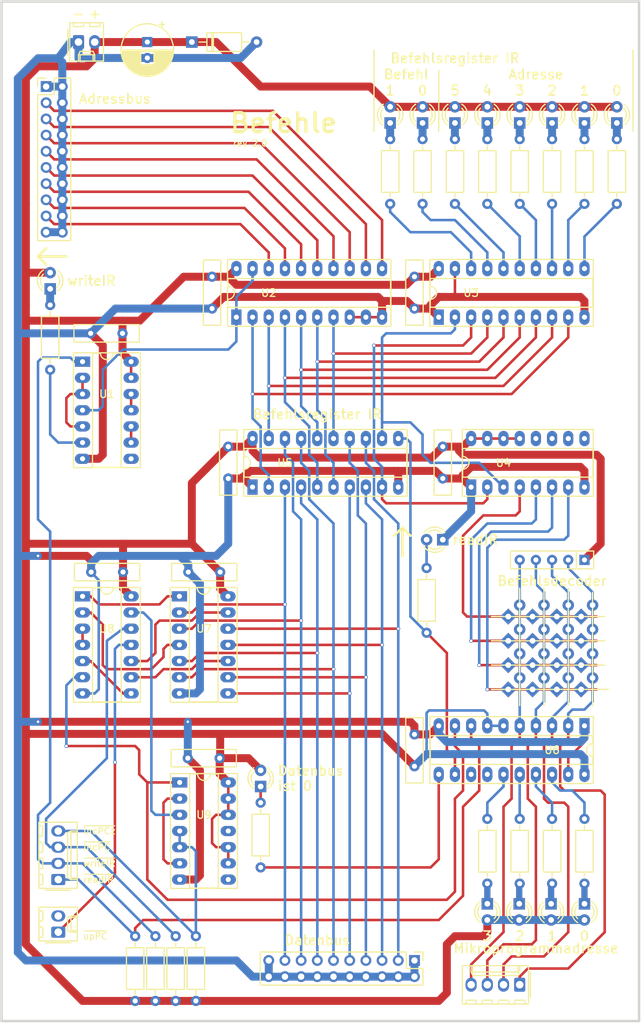
<source format=kicad_pcb>
(kicad_pcb (version 20221018) (generator pcbnew)
  (layers (0 "F.Cu" signal) (31 "B.Cu" signal) (34 "B.Paste" user) (35 "F.Paste" user) (36 "B.SilkS" user "B.Silkscreen") (37 "F.SilkS" user "F.Silkscreen") (38 "B.Mask" user) (39 "F.Mask" user) (44 "Edge.Cuts" user))
  (net 0 "")
  (net 1 "/a5")
  (net 2 "/a4")
  (net 3 "/a3")
  (net 4 "/a2")
  (net 5 "/a1")
  (net 6 "GND")
  (net 7 "VCC")
  (net 8 "Net-(D1-Pad1)")
  (net 9 "Net-(D2-Pad1)")
  (net 10 "Net-(D4-Pad1)")
  (net 11 "Net-(D5-Pad1)")
  (net 12 "Net-(D6-Pad1)")
  (net 13 "Net-(D7-Pad1)")
  (net 14 "Net-(D8-Pad1)")
  (net 15 "Net-(U1-Pad2)")
  (net 16 "Net-(D17-Pad1)")
  (net 17 "Net-(U1-Pad4)")
  (net 18 "Net-(U1-Pad10)")
  (net 19 "Net-(U1-Pad11)")
  (net 20 "Net-(R12-Pad2)")
  (net 21 "Net-(R7-Pad1)")
  (net 22 "Net-(U1-Pad8)")
  (net 23 "/AB7")
  (net 24 "/AB6")
  (net 25 "/AB5")
  (net 26 "/AB4")
  (net 27 "/AB3")
  (net 28 "/AB2")
  (net 29 "/AB1")
  (net 30 "/AB0")
  (net 31 "/h0")
  (net 32 "/h1")
  (net 33 "/h2")
  (net 34 "/h3")
  (net 35 "/v3")
  (net 36 "/v2")
  (net 37 "/v1")
  (net 38 "/v0")
  (net 39 "~{incPCz}")
  (net 40 "~{incPC}")
  (net 41 "/is0")
  (net 42 "/~{is0_&_incPCz}")
  (net 43 "~{upPC}")
  (net 44 "/DB0")
  (net 45 "/DB1")
  (net 46 "/DB2")
  (net 47 "/DB3")
  (net 48 "/DB4")
  (net 49 "/DB5")
  (net 50 "/DB6")
  (net 51 "/DB7")
  (net 52 "/a0")
  (net 53 "/b1")
  (net 54 "/b0")
  (net 55 "Net-(D3-Pad1)")
  (net 56 "Net-(D26-Pad1)")
  (net 57 "Net-(D27-Pad1)")
  (net 58 "Net-(D28-Pad1)")
  (net 59 "Net-(D29-Pad1)")
  (net 60 "Net-(D30-Pad2)")
  (net 61 "Net-(D31-Pad1)")
  (net 62 "Net-(R1-Pad1)")
  (net 63 "Net-(R2-Pad1)")
  (net 64 "Net-(R3-Pad1)")
  (net 65 "Net-(R4-Pad1)")
  (net 66 "Net-(R5-Pad1)")
  (net 67 "Net-(R6-Pad1)")
  (net 68 "Net-(R8-Pad1)")
  (net 69 "Net-(R10-Pad2)")
  (net 70 "Net-(R13-Pad2)")
  (net 71 "Net-(R14-Pad2)")
  (net 72 "Net-(R15-Pad2)")
  (net 73 "Net-(R16-Pad2)")
  (net 74 "Net-(R17-Pad2)")
  (net 75 "Net-(U7-Pad13)")
  (net 76 "Net-(U7-Pad4)")
  (net 77 "Net-(U7-Pad10)")
  (net 78 "Net-(U7-Pad1)")
  (net 79 "Net-(U8-Pad5)")
  (net 80 "Net-(U8-Pad3)")
  (net 81 "Net-(J2-Pad2)")
  (net 82 "~{writeIR}")
  (net 83 "~{readIR}")
  (net 84 "/incPCz")
  (net 85 "Net-(U9-Pad11)")
  (net 86 "Net-(U9-Pad8)")
  (net 87 "Net-(U6-Pad14)")
  (net 88 "Net-(U6-Pad13)")
  (net 89 "Net-(U4-Pad12)")
  (net 90 "Net-(U4-Pad11)")
  (net 91 "Net-(U4-Pad10)")
  (net 92 "Net-(U4-Pad9)")
  (footprint "LED_THT:LED_D3.0mm" (layer "F.Cu") (at 59.15 143.225 90)
    (fp_text reference "D31" hide)
    (fp_text value "LED" hide)
  )
  (footprint "LED_THT:LED_D3.0mm" (layer "F.Cu") (at 26.13 65.12 90)
    (fp_text reference "D17" hide)
    (fp_text value "Led_Small")
  )
  (footprint "LED_THT:LED_D3.0mm" (layer "F.Cu") (at 87.725 104.49 180)
    (fp_text reference "D30" hide)
    (fp_text value "LED" hide)
  )
  (footprint "Resistor_THT:R_Array_SIP5" (layer "F.Cu") (at 109.95 107.665 180)
    (fp_text reference "RP1" hide)
    (fp_text value "R_PACK4BUSSED" hide)
  )
  (footprint "Resistor_THT:R_Axial_DIN0207_L6.3mm_D2.5mm_P10.16mm_Horizontal" (layer "F.Cu") (at 99.79 158.465 90)
    (fp_text reference "R13")
    (fp_text value "330")
  )
  (footprint "Resistor_THT:R_Axial_DIN0207_L6.3mm_D2.5mm_P10.16mm_Horizontal" (layer "F.Cu") (at 104.87 158.465 90)
    (fp_text reference "R14")
    (fp_text value "330")
  )
  (footprint "Resistor_THT:R_Axial_DIN0207_L6.3mm_D2.5mm_P10.16mm_Horizontal" (layer "F.Cu") (at 109.95 158.465 90)
    (fp_text reference "R15")
    (fp_text value "330")
  )
  (footprint "Resistor_THT:R_Axial_DIN0207_L6.3mm_D2.5mm_P10.16mm_Horizontal" (layer "F.Cu") (at 42.64 176.88 90)
    (fp_text reference "R9" hide)
    (fp_text value "4,7k")
  )
  (footprint "Resistor_THT:R_Axial_DIN0207_L6.3mm_D2.5mm_P10.16mm_Horizontal" (layer "F.Cu") (at 59.15 145.765 -90)
    (fp_text reference "R17")
    (fp_text value "330")
  )
  (footprint "Resistor_THT:R_Axial_DIN0207_L6.3mm_D2.5mm_P10.16mm_Horizontal" (layer "F.Cu") (at 39.465 166.72 -90)
    (fp_text reference "R11" hide)
    (fp_text value "4,7k")
  )
  (footprint "Resistor_THT:R_Axial_DIN0207_L6.3mm_D2.5mm_P10.16mm_Horizontal" (layer "F.Cu") (at 26.13 67.66 -90)
    (fp_text reference "R10")
    (fp_text value "330")
  )
  (footprint "Resistor_THT:R_Axial_DIN0207_L6.3mm_D2.5mm_P10.16mm_Horizontal" (layer "F.Cu") (at 85.185 108.935 -90)
    (fp_text reference "R16")
    (fp_text value "330")
  )
  (footprint "Capacitor_THT:C_Disc_D10.0mm_W2.5mm_P5.00mm" (layer "F.Cu") (at 83.28 63.215 -90)
    (fp_text reference "C3" hide)
    (fp_text value "100n" hide)
  )
  (footprint "Diode_THT:D_A-405_P10.16mm_Horizontal" (layer "F.Cu") (at 48.355 26.385)
    (fp_text reference "D32" hide)
    (fp_text value "D")
  )
  (footprint "bonsai:LED_Diodenmatrix" (layer "F.Cu") (at 97.993949 116.555 45)
    (fp_text reference "D9" hide)
    (fp_text value "Led_Small" hide)
  )
  (footprint "bonsai:LED_Diodenmatrix" (layer "F.Cu") (at 101.803949 116.555 45)
    (fp_text reference "D10" hide)
    (fp_text value "Led_Small" hide)
  )
  (footprint "bonsai:LED_Diodenmatrix" (layer "F.Cu") (at 101.803949 124.175 45)
    (fp_text reference "D19" hide)
    (fp_text value "Led_Small" hide)
  )
  (footprint "Package_DIP:DIP-14_W7.62mm_Socket_LongPads" (layer "F.Cu") (at 31.21 76.55)
    (fp_text reference "U1")
    (fp_text value "74LS14")
  )
  (footprint "Package_DIP:DIP-14_W7.62mm_Socket_LongPads" (layer "F.Cu") (at 46.45 142.59)
    (fp_text reference "U9")
    (fp_text value "7400")
  )
  (footprint "Package_DIP:DIP-20_W7.62mm_Socket_LongPads" (layer "F.Cu") (at 57.88 96.235 90)
    (fp_text reference "U5")
    (fp_text value "74HCT373")
  )
  (footprint "Package_DIP:DIP-16_W7.62mm_Socket_LongPads" (layer "F.Cu") (at 92.17 96.235 90)
    (fp_text reference "U4")
    (fp_text value "74HC139" hide)
  )
  (footprint "Package_DIP:DIP-20_W7.62mm_Socket_LongPads" (layer "F.Cu") (at 87.09 69.565 90)
    (fp_text reference "U3")
    (fp_text value "74LS540")
  )
  (footprint "Resistor_THT:R_Axial_DIN0207_L6.3mm_D2.5mm_P10.16mm_Horizontal" (layer "F.Cu") (at 94.71 158.465 90)
    (fp_text reference "R12")
    (fp_text value "330")
  )
  (footprint "Capacitor_THT:C_Disc_D10.0mm_W2.5mm_P5.00mm" (layer "F.Cu") (at 87.725 89.885 -90)
    (fp_text reference "C4" hide)
    (fp_text value "100n" hide)
  )
  (footprint "Capacitor_THT:C_Disc_D10.0mm_W2.5mm_P5.00mm" (layer "F.Cu") (at 54.07 89.885 -90)
    (fp_text reference "C5" hide)
    (fp_text value "100n" hide)
  )
  (footprint "Capacitor_THT:C_Disc_D10.0mm_W2.5mm_P5.00mm" (layer "F.Cu") (at 52.72 138.78 180)
    (fp_text reference "C9" hide)
    (fp_text value "100n" hide)
  )
  (footprint "Capacitor_THT:CP_Radial_D8.0mm_P2.50mm" (layer "F.Cu") (at 41.37 26.385 -90)
    (fp_text reference "C1" hide)
    (fp_text value "CP" hide)
  )
  (footprint "Package_DIP:DIP-14_W7.62mm_Socket_LongPads" (layer "F.Cu") (at 31.21 113.38)
    (fp_text reference "U8")
    (fp_text value "7408")
  )
  (footprint "Capacitor_THT:C_Disc_D10.0mm_W2.5mm_P5.00mm" (layer "F.Cu") (at 37.48 72.105 180)
    (fp_text reference "C10" hide)
    (fp_text value "100n" hide)
  )
  (footprint "Connector_PinHeader_2.54mm:PinHeader_2x10_P2.54mm_Vertical" (layer "F.Cu") (at 83.28 170.53 -90)
    (fp_text reference "J4" hide)
    (fp_text value "Conn_02x10_Odd_Even")
  )
  (footprint "Connector_PinHeader_2.54mm:PinHeader_2x10_P2.54mm_Vertical" (layer "F.Cu") (at 25.495 33.37)
    (fp_text reference "J1" hide)
    (fp_text value "Conn_02x10_Odd_Even" hide)
  )
  (footprint "Connector_Molex:Molex_KK-254_AE-6410-04A_1x04_P2.54mm_Vertical" (layer "F.Cu") (at 99.79 174.34 180)
    (fp_text reference "J3" hide)
    (fp_text value "Conn_01x04")
  )
  (footprint "Connector_Molex:Molex_KK-254_AE-6410-02A_1x02_P2.54mm_Vertical" (layer "F.Cu") (at 30.575 26.385)
    (fp_text reference "J5" hide)
    (fp_text value "Conn_01x02" hide)
  )
  (footprint "bonsai:LED_Diodenmatrix_Platzhalter" (layer "F.Cu") (at 105.613949 116.555 45)
    (fp_text reference "D11" hide)
    (fp_text value "bonsai_Led_Small_Platzhalter" hide)
  )
  (footprint "bonsai:LED_Diodenmatrix_Platzhalter" (layer "F.Cu") (at 101.803949 120.365 45)
    (fp_text reference "D14" hide)
    (fp_text value "bonsai_Led_Small_Platzhalter" hide)
  )
  (footprint "bonsai:LED_Diodenmatrix_Platzhalter" (layer "F.Cu") (at 97.993949 124.175 45)
    (fp_text reference "D18" hide)
    (fp_text value "bonsai_Led_Small_Platzhalter" hide)
  )
  (footprint "bonsai:LED_Diodenmatrix_Platzhalter" (layer "F.Cu") (at 109.423949 116.555 45)
    (fp_text reference "D12" hide)
    (fp_text value "bonsai_Led_Small_Platzhalter" hide)
  )
  (footprint "bonsai:LED_Diodenmatrix_Platzhalter" (layer "F.Cu") (at 105.613949 120.365 45)
    (fp_text reference "D15" hide)
    (fp_text value "bonsai_Led_Small_Platzhalter" hide)
  )
  (footprint "bonsai:LED_Diodenmatrix_Platzhalter" (layer "F.Cu") (at 97.993949 127.985 45)
    (fp_text reference "D22" hide)
    (fp_text value "bonsai_Led_Small_Platzhalter" hide)
  )
  (footprint "bonsai:LED_Diodenmatrix_Platzhalter" (layer "F.Cu") (at 109.423949 120.365 45)
    (fp_text reference "D16" hide)
    (fp_text value "bonsai_Led_Small_Platzhalter" hide)
  )
  (footprint "bonsai:LED_Diodenmatrix_Platzhalter" (layer "F.Cu") (at 105.613949 124.175 45)
    (fp_text reference "D20" hide)
    (fp_text value "bonsai_Led_Small_Platzhalter" hide)
  )
  (footprint "bonsai:LED_Diodenmatrix_Platzhalter" (layer "F.Cu") (at 109.423949 124.175 45)
    (fp_text reference "D21" hide)
    (fp_text value "bonsai_Led_Small_Platzhalter" hide)
  )
  (footprint "bonsai:LED_Diodenmatrix_Platzhalter" (layer "F.Cu") (at 101.803949 127.985 45)
    (fp_text reference "D23" hide)
    (fp_text value "bonsai_Led_Small_Platzhalter" hide)
  )
  (footprint "bonsai:LED_Diodenmatrix" (layer "F.Cu") (at 105.613949 127.985 45)
    (fp_text reference "D24" hide)
    (fp_text value "Led_Small" hide)
  )
  (footprint "LED_THT:LED_D3.0mm" (layer "F.Cu") (at 99.715 161.64 -90)
    (fp_text reference "D27" hide)
    (fp_text value "LED" hide)
  )
  (footprint "LED_THT:LED_D3.0mm" (layer "F.Cu") (at 94.71 161.64 -90)
    (fp_text reference "D26" hide)
    (fp_text value "LED" hide)
  )
  (footprint "LED_THT:LED_D3.0mm" (layer "F.Cu") (at 104.715 161.64 -90)
    (fp_text reference "D28" hide)
    (fp_text value "LED" hide)
  )
  (footprint "LED_THT:LED_D3.0mm" (layer "F.Cu") (at 109.95 161.64 -90)
    (fp_text reference "D29" hide)
    (fp_text value "LED" hide)
  )
  (footprint "bonsai:LED_Diodenmatrix" (layer "F.Cu") (at 109.423949 127.985 45)
    (fp_text reference "D25" hide)
    (fp_text value "Led_Small" hide)
  )
  (footprint "bonsai:LED_Diodenmatrix" (layer "F.Cu") (at 97.993949 120.365 45)
    (fp_text reference "D13" hide)
    (fp_text value "Led_Small" hide)
  )
  (footprint "bonsai:EuroBoard160mmX100mm_holes_keepout" (layer "F.Cu") (at 18.51 20.035)
    (fp_text reference "REF**" hide)
    (fp_text value "EuroBoard160mmX100mm_holes_keepout" hide)
    (fp_line (start 0 0) (end 100 0) (stroke (width 0.38)) (layer "Edge.Cuts"))
    (fp_line (start 0 160) (end 0 0) (stroke (width 0.38)) (layer "Edge.Cuts"))
    (fp_line (start 0 160) (end 100 160) (stroke (width 0.38)) (layer "Edge.Cuts"))
    (fp_line (start 100 0) (end 100 160) (stroke (width 0.38)) (layer "Edge.Cuts"))
  )
  (footprint "Capacitor_THT:C_Disc_D10.0mm_W2.5mm_P5.00mm" (layer "F.Cu") (at 83.28 140.05 90)
    (fp_text reference "C6" hide)
    (fp_text value "100n" hide)
  )
  (footprint "Package_DIP:DIP-20_W7.62mm_Socket_LongPads" (layer "F.Cu") (at 109.95 133.7 -90)
    (fp_text reference "U6")
    (fp_text value "74HC540")
  )
  (footprint "Resistor_THT:R_Axial_DIN0207_L6.3mm_D2.5mm_P10.16mm_Horizontal" (layer "F.Cu") (at 48.99 166.72 -90)
    (fp_text reference "R18" hide)
    (fp_text value "4,7k")
  )
  (footprint "Resistor_THT:R_Axial_DIN0207_L6.3mm_D2.5mm_P10.16mm_Horizontal" (layer "F.Cu") (at 45.815 166.72 -90)
    (fp_text reference "R19" hide)
    (fp_text value "4,7k")
  )
  (footprint "Connector_Molex:Molex_KK-254_AE-6410-04A_1x04_P2.54mm_Vertical" (layer "F.Cu") (at 27.4 157.83 90)
    (fp_text reference "J6" hide)
    (fp_text value "Conn_01x04" hide)
  )
  (footprint "Connector_Molex:Molex_KK-254_AE-6410-02A_1x02_P2.54mm_Vertical" (layer "F.Cu") (at 27.4 166.085 90)
    (fp_text reference "J2" hide)
    (fp_text value "Conn_01x02" hide)
  )
  (footprint "Capacitor_THT:C_Disc_D10.0mm_W2.5mm_P5.00mm" (layer "F.Cu") (at 37.56 109.57 180)
    (fp_text reference "C8" hide)
    (fp_text value "100n" hide)
  )
  (footprint "Capacitor_THT:C_Disc_D10.0mm_W2.5mm_P5.00mm" (layer "F.Cu") (at 52.8 109.57 180)
    (fp_text reference "C7" hide)
    (fp_text value "100n" hide)
  )
  (footprint "Package_DIP:DIP-14_W7.62mm_Socket_LongPads" (layer "F.Cu") (at 46.40174 113.38)
    (fp_text reference "U7")
    (fp_text value "74HCT02")
  )
  (footprint "Capacitor_THT:C_Disc_D10.0mm_W2.5mm_P5.00mm" (layer "F.Cu") (at 51.53 63.215 -90)
    (fp_text reference "C2" hide)
    (fp_text value "100n" hide)
  )
  (footprint "Package_DIP:DIP-20_W7.62mm_Socket_LongPads" (layer "F.Cu") (at 55.34 69.565 90)
    (fp_text reference "U2")
    (fp_text value "74LS541")
  )
  (footprint "LED_THT:LED_D3.0mm" (layer "F.Cu") (at 79.47 39.085 90)
    (fp_text reference "D1" hide)
    (fp_text value "Led_Small" hide)
  )
  (footprint "LED_THT:LED_D3.0mm" (layer "F.Cu") (at 89.63 39.085 90)
    (fp_text reference "D3" hide)
    (fp_text value "Led_Small")
  )
  (footprint "LED_THT:LED_D3.0mm" (layer "F.Cu") (at 84.55 39.085 90)
    (fp_text reference "D2" hide)
    (fp_text value "Led_Small")
  )
  (footprint "LED_THT:LED_D3.0mm" (layer "F.Cu") (at 94.71 39.085 90)
    (fp_text reference "D4" hide)
    (fp_text value "Led_Small")
  )
  (footprint "LED_THT:LED_D3.0mm" (layer "F.Cu") (at 99.79 39.085 90)
    (fp_text reference "D5" hide)
    (fp_text value "Led_Small")
  )
  (footprint "LED_THT:LED_D3.0mm" (layer "F.Cu") (at 104.87 39.085 90)
    (fp_text reference "D6" hide)
    (fp_text value "Led_Small")
  )
  (footprint "LED_THT:LED_D3.0mm" (layer "F.Cu") (at 109.95 39.085 90)
    (fp_text reference "D7" hide)
    (fp_text value "Led_Small")
  )
  (footprint "LED_THT:LED_D3.0mm" (layer "F.Cu") (at 115.03 39.085 90)
    (fp_text reference "D8" hide)
    (fp_text value "LED")
  )
  (footprint "Resistor_THT:R_Axial_DIN0207_L6.3mm_D2.5mm_P10.16mm_Horizontal" (layer "F.Cu") (at 115.03 51.785 90)
    (fp_text reference "R8")
    (fp_text value "330")
  )
  (footprint "Resistor_THT:R_Axial_DIN0207_L6.3mm_D2.5mm_P10.16mm_Horizontal" (layer "F.Cu") (at 79.47 51.785 90)
    (fp_text reference "R1")
    (fp_text value "330")
  )
  (footprint "Resistor_THT:R_Axial_DIN0207_L6.3mm_D2.5mm_P10.16mm_Horizontal" (layer "F.Cu") (at 84.55 51.785 90)
    (fp_text reference "R2")
    (fp_text value "330")
  )
  (footprint "Resistor_THT:R_Axial_DIN0207_L6.3mm_D2.5mm_P10.16mm_Horizontal" (layer "F.Cu") (at 94.71 51.785 90)
    (fp_text reference "R4")
    (fp_text value "330")
  )
  (footprint "Resistor_THT:R_Axial_DIN0207_L6.3mm_D2.5mm_P10.16mm_Horizontal" (layer "F.Cu") (at 99.79 51.785 90)
    (fp_text reference "R5")
    (fp_text value "330")
  )
  (footprint "Resistor_THT:R_Axial_DIN0207_L6.3mm_D2.5mm_P10.16mm_Horizontal" (layer "F.Cu") (at 109.95 51.785 90)
    (fp_text reference "R7")
    (fp_text value "330")
  )
  (footprint "Resistor_THT:R_Axial_DIN0207_L6.3mm_D2.5mm_P10.16mm_Horizontal" (layer "F.Cu") (at 89.63 51.785 90)
    (fp_text reference "R3")
    (fp_text value "330")
  )
  (footprint "Resistor_THT:R_Axial_DIN0207_L6.3mm_D2.5mm_P10.16mm_Horizontal" (layer "F.Cu") (at 104.87 51.785 90)
    (fp_text reference "R6")
    (fp_text value "330")
  )
  (gr_line (start 80.105 103.855) (end 81.375 102.585) (stroke (width 0.4)) (layer "F.SilkS"))
  (gr_line (start 24.225 60.04) (end 28.67 60.04) (stroke (width 0.4)) (layer "F.SilkS"))
  (gr_line (start 25.495 58.77) (end 24.225 60.04) (stroke (width 0.4)) (layer "F.SilkS"))
  (gr_line (start 25.495 61.31) (end 24.225 60.04) (stroke (width 0.4)) (layer "F.SilkS"))
  (gr_line (start 95.345 127.985) (end 113.76 127.985) (stroke (width 0.2)) (layer "F.SilkS"))
  (gr_line (start 87.09 40.355) (end 87.09 30.83) (stroke (width 0.2)) (layer "F.SilkS"))
  (gr_line (start 103.6 112.11) (end 103.6 130.525) (stroke (width 0.2)) (layer "F.SilkS"))
  (gr_line (start 76.93 40.355) (end 76.93 27.655) (stroke (width 0.2)) (layer "F.SilkS"))
  (gr_line (start 117.57 40.355) (end 117.57 27.655) (stroke (width 0.2)) (layer "F.SilkS"))
  (gr_line (start 81.375 102.585) (end 82.645 103.855) (stroke (width 0.4)) (layer "F.SilkS"))
  (gr_line (start 95.345 124.175) (end 113.125 124.175) (stroke (width 0.2)) (layer "F.SilkS"))
  (gr_line (start 81.375 102.585) (end 81.375 107.03) (stroke (width 0.4)) (layer "F.SilkS"))
  (gr_line (start 95.345 120.365) (end 113.125 120.365) (stroke (width 0.2)) (layer "F.SilkS"))
  (gr_line (start 99.79 112.11) (end 99.79 130.525) (stroke (width 0.2)) (layer "F.SilkS"))
  (gr_line (start 107.41 112.11) (end 107.41 130.525) (stroke (width 0.2)) (layer "F.SilkS"))
  (gr_line (start 95.345 116.555) (end 113.125 116.555) (stroke (width 0.2)) (layer "F.SilkS"))
  (gr_line (start 111.22 112.745) (end 111.22 130.525) (stroke (width 0.2)) (layer "F.SilkS"))
  (gr_text "~{upPC}" (at 31.21 166.72) (layer "F.SilkS") (effects (font (size 1 1) (thickness 0.17)) (justify left)))
  (gr_text "~{incPC}" (at 31.21 152.75) (layer "F.SilkS") (effects (font (size 1 1) (thickness 0.17)) (justify left)))
  (gr_text "3" (at 99.79 34.005) (layer "F.SilkS") (effects (font (size 1.5 1.5) (thickness 0.25))))
  (gr_text "Befehl" (at 82.01 31.465) (layer "F.SilkS") (effects (font (size 1.5 1.5) (thickness 0.25))))
  (gr_text "Adresse" (at 102.33 31.465) (layer "F.SilkS") (effects (font (size 1.5 1.5) (thickness 0.25))))
  (gr_text "~{writeIR}" (at 31.21 155.29) (layer "F.SilkS") (effects (font (size 1 1) (thickness 0.17)) (justify left)))
  (gr_text "Befehle" (at 54.07 39.085) (layer "F.SilkS") (effects (font (size 3 3) (thickness 0.5)) (justify left)))
  (gr_text "Adressbus" (at 36.29 35.275) (layer "F.SilkS") (effects (font (size 1.5 1.5) (thickness 0.25))))
  (gr_text "rev 2.0" (at 54.705 42.26) (layer "F.SilkS") (effects (font (size 1 1) (thickness 0.17)) (justify left)))
  (gr_text "Befehlsdecoder" (at 104.87 110.967) (layer "F.SilkS") (effects (font (size 1.5 1.5) (thickness 0.25))))
  (gr_text "Datenbus\nist 0" (at 61.69 141.955) (layer "F.SilkS") (effects (font (size 1.5 1.5) (thickness 0.25)) (justify left)))
  (gr_text "1" (at 104.87 166.72) (layer "F.SilkS") (effects (font (size 1.5 1.5) (thickness 0.25))))
  (gr_text "-" (at 30.575 21.94) (layer "F.SilkS") (effects (font (size 1.5 1.5) (thickness 0.25))))
  (gr_text "1" (at 109.95 34.005) (layer "F.SilkS") (effects (font (size 1.5 1.5) (thickness 0.25))))
  (gr_text "Befehlsregister IR" (at 89.63 28.925) (layer "F.SilkS") (effects (font (size 1.5 1.5) (thickness 0.25))))
  (gr_text "4" (at 94.71 34.005) (layer "F.SilkS") (effects (font (size 1.5 1.5) (thickness 0.25))))
  (gr_text "~{readIR}" (at 31.21 157.83) (layer "F.SilkS") (effects (font (size 1 1) (thickness 0.17)) (justify left)))
  (gr_text "2" (at 99.79 166.72) (layer "F.SilkS") (effects (font (size 1.5 1.5) (thickness 0.25))))
  (gr_text "readIR" (at 92.805 104.49) (layer "F.SilkS") (effects (font (size 1.5 1.5) (thickness 0.25))))
  (gr_text "0" (at 115.03 34.005) (layer "F.SilkS") (effects (font (size 1.5 1.5) (thickness 0.25))))
  (gr_text "Datenbus" (at 68.04 167.355) (layer "F.SilkS") (effects (font (size 1.5 1.5) (thickness 0.25))))
  (gr_text "1" (at 79.47 34.005) (layer "F.SilkS") (effects (font (size 1.5 1.5) (thickness 0.25))))
  (gr_text "0" (at 109.95 166.72) (layer "F.SilkS") (effects (font (size 1.5 1.5) (thickness 0.25))))
  (gr_text "Befehlsregister IR" (at 68.04 84.805) (layer "F.SilkS") (effects (font (size 1.5 1.5) (thickness 0.25))))
  (gr_text "0" (at 84.55 34.005) (layer "F.SilkS") (effects (font (size 1.5 1.5) (thickness 0.25))))
  (gr_text "Mikroprogrammadresse" (at 102.33 168.625) (layer "F.SilkS") (effects (font (size 1.5 1.5) (thickness 0.25))))
  (gr_text "5" (at 89.63 34.005) (layer "F.SilkS") (effects (font (size 1.5 1.5) (thickness 0.25))))
  (gr_text "~{incPCz}" (at 31.21 150.21) (layer "F.SilkS") (effects (font (size 1 1) (thickness 0.17)) (justify left)))
  (gr_text "writeIR" (at 28.67 63.85) (layer "F.SilkS") (effects (font (size 1.5 1.5) (thickness 0.25)) (justify left)))
  (gr_text "2" (at 104.87 34.005) (layer "F.SilkS") (effects (font (size 1.5 1.5) (thickness 0.25))))
  (gr_text "3" (at 94.71 166.72) (layer "F.SilkS") (effects (font (size 1.5 1.5) (thickness 0.25))))
  (gr_text "+" (at 33.115 21.94) (layer "F.SilkS") (effects (font (size 1.5 1.5) (thickness 0.25))))
  (segment (start 94.71 72.74) (end 94.71 69.565) (width 0.4) (layer "F.Cu") (net 1))
  (segment (start 92.17 75.28) (end 94.71 72.74) (width 0.4) (layer "F.Cu") (net 1))
  (segment (start 70.58 75.28) (end 92.17 75.28) (width 0.4) (layer "F.Cu") (net 1))
  (via (at 70.58 75.28) (size 0.6) (drill 0.4) (layers "F.Cu" "B.Cu") (net 1))
  (segment (start 70.58 75.28) (end 70.58 88.615) (width 0.4) (layer "B.Cu") (net 1))
  (segment (start 70.58 75.28) (end 70.58 69.565) (width 0.4) (layer "B.Cu") (net 1))
  (segment (start 68.04 76.55) (end 93.44 76.55) (width 0.4) (layer "F.Cu") (net 2))
  (segment (start 97.25 72.74) (end 97.25 69.565) (width 0.4) (layer "F.Cu") (net 2))
  (segment (start 93.44 76.55) (end 97.25 72.74) (width 0.4) (layer "F.Cu") (net 2))
  (via (at 68.04 76.55) (size 0.6) (drill 0.4) (layers "F.Cu" "B.Cu") (net 2))
  (segment (start 70.58 96.235) (end 70.58 92.425) (width 0.4) (layer "B.Cu") (net 2))
  (segment (start 69.31 85.44) (end 68.04 84.17) (width 0.4) (layer "B.Cu") (net 2))
  (segment (start 70.58 92.425) (end 69.31 91.155) (width 0.4) (layer "B.Cu") (net 2))
  (segment (start 68.04 76.55) (end 68.04 69.565) (width 0.4) (layer "B.Cu") (net 2))
  (segment (start 68.04 76.55) (end 68.04 84.17) (width 0.4) (layer "B.Cu") (net 2))
  (segment (start 69.31 91.155) (end 69.31 85.44) (width 0.4) (layer "B.Cu") (net 2))
  (segment (start 94.71 77.82) (end 99.79 72.74) (width 0.4) (layer "F.Cu") (net 3))
  (segment (start 99.79 72.74) (end 99.79 69.565) (width 0.4) (layer "F.Cu") (net 3))
  (segment (start 65.5 77.82) (end 94.71 77.82) (width 0.4) (layer "F.Cu") (net 3))
  (via (at 65.5 77.82) (size 0.6) (drill 0.4) (layers "F.Cu" "B.Cu") (net 3))
  (segment (start 65.5 83.535) (end 68.04 86.075) (width 0.4) (layer "B.Cu") (net 3))
  (segment (start 65.5 83.535) (end 65.5 77.82) (width 0.4) (layer "B.Cu") (net 3))
  (segment (start 65.5 77.82) (end 65.5 69.565) (width 0.4) (layer "B.Cu") (net 3))
  (segment (start 68.04 86.075) (end 68.04 88.615) (width 0.4) (layer "B.Cu") (net 3))
  (segment (start 62.96 79.09) (end 95.98 79.09) (width 0.4) (layer "F.Cu") (net 4))
  (segment (start 102.33 72.74) (end 102.33 69.565) (width 0.4) (layer "F.Cu") (net 4))
  (segment (start 95.98 79.09) (end 102.33 72.74) (width 0.4) (layer "F.Cu") (net 4))
  (via (at 62.96 79.09) (size 0.6) (drill 0.4) (layers "F.Cu" "B.Cu") (net 4))
  (segment (start 62.96 79.09) (end 62.96 82.9) (width 0.4) (layer "B.Cu") (net 4))
  (segment (start 62.96 82.9) (end 66.77 86.71) (width 0.4) (layer "B.Cu") (net 4))
  (segment (start 62.96 79.09) (end 62.96 69.565) (width 0.4) (layer "B.Cu") (net 4))
  (segment (start 66.77 86.71) (end 66.77 91.155) (width 0.4) (layer "B.Cu") (net 4))
  (segment (start 68.04 92.425) (end 68.04 96.235) (width 0.4) (layer "B.Cu") (net 4))
  (segment (start 66.77 91.155) (end 68.04 92.425) (width 0.4) (layer "B.Cu") (net 4))
  (segment (start 60.42 80.36) (end 97.25 80.36) (width 0.4) (layer "F.Cu") (net 5))
  (segment (start 97.25 80.36) (end 104.87 72.74) (width 0.4) (layer "F.Cu") (net 5))
  (segment (start 104.87 72.74) (end 104.87 69.565) (width 0.4) (layer "F.Cu") (net 5))
  (via (at 60.42 80.36) (size 0.6) (drill 0.4) (layers "F.Cu" "B.Cu") (net 5))
  (segment (start 60.42 80.36) (end 60.42 69.565) (width 0.4) (layer "B.Cu") (net 5))
  (segment (start 60.42 80.36) (end 60.42 88.615) (width 0.4) (layer "B.Cu") (net 5))
  (segment (start 78.2 67.025) (end 78.2 69.565) (width 1.25) (layer "F.Cu") (net 6))
  (segment (start 53.355 66.39) (end 77.565 66.39) (width 1.25) (layer "F.Cu") (net 6))
  (segment (start 77.565 66.39) (end 78.2 67.025) (width 1.25) (layer "F.Cu") (net 6))
  (segment (start 51.53 68.215) (end 53.355 66.39) (width 1.25) (layer "F.Cu") (net 6))
  (segment (start 56.055 94.885) (end 57.5625 93.695) (width 1.25) (layer "F.Cu") (net 6))
  (segment (start 92.17 93.06) (end 109.315 93.06) (width 1.25) (layer "F.Cu") (net 6))
  (segment (start 109.95 136.24) (end 109.95 133.7) (width 0.4) (layer "F.Cu") (net 6))
  (segment (start 83.28 133.7) (end 83.28 135.05) (width 1.25) (layer "F.Cu") (net 6))
  (segment (start 56.53 94.885) (end 57.88 96.235) (width 1.25) (layer "F.Cu") (net 6))
  (segment (start 90.82 94.885) (end 90.82 94.41) (width 1.25) (layer "F.Cu") (net 6))
  (segment (start 109.315 93.06) (end 109.95 93.695) (width 1.25) (layer "F.Cu") (net 6))
  (segment (start 109.95 93.695) (end 109.95 96.235) (width 1.25) (layer "F.Cu") (net 6))
  (segment (start 90.82 94.41) (end 92.17 93.06) (width 1.25) (layer "F.Cu") (net 6))
  (segment (start 47.72 138.78) (end 49.625 140.685) (width 1.25) (layer "F.Cu") (net 6))
  (segment (start 24.225 107.03) (end 31.845 107.03) (width 1.25) (layer "F.Cu") (net 6))
  (segment (start 107.41 138.78) (end 109.95 136.24) (width 0.4) (layer "F.Cu") (net 6))
  (segment (start 85.74 135.05) (end 87.09 133.7) (width 1.25) (layer "F.Cu") (net 6))
  (segment (start 90.82 94.885) (end 92.17 96.235) (width 1.25) (layer "F.Cu") (net 6))
  (segment (start 89.63 61.945) (end 89.63 66.39) (width 0.4) (layer "F.Cu") (net 6))
  (segment (start 34.385 91.155) (end 33.75 91.79) (width 1.25) (layer "F.Cu") (net 6))
  (segment (start 89.63 66.39) (end 109.315 66.39) (width 1.25) (layer "F.Cu") (net 6))
  (segment (start 109.95 67.025) (end 109.95 69.565) (width 1.25) (layer "F.Cu") (net 6))
  (segment (start 87.09 66.39) (end 89.63 66.39) (width 1.25) (layer "F.Cu") (net 6))
  (segment (start 83.28 68.215) (end 85.74 68.215) (width 1.25) (layer "F.Cu") (net 6))
  (segment (start 31.845 107.03) (end 32.56 107.745) (width 1.25) (layer "F.Cu") (net 6))
  (segment (start 33.75 91.79) (end 31.21 91.79) (width 1.25) (layer "F.Cu") (net 6))
  (segment (start 54.07 94.885) (end 56.055 94.885) (width 1.25) (layer "F.Cu") (net 6))
  (segment (start 82.645 133.065) (end 83.28 133.7) (width 1.25) (layer "F.Cu") (net 6))
  (segment (start 57.5625 93.695) (end 80.105 93.695) (width 1.25) (layer "F.Cu") (net 6))
  (segment (start 109.315 66.39) (end 109.95 67.025) (width 1.25) (layer "F.Cu") (net 6))
  (segment (start 83.28 135.05) (end 85.74 135.05) (width 1.25) (layer "F.Cu") (net 6))
  (segment (start 24.225 133.065) (end 82.645 133.065) (width 1.25) (layer "F.Cu") (net 6))
  (segment (start 78.2 67.025) (end 82.09 67.025) (width 1.25) (layer "F.Cu") (net 6))
  (segment (start 107.41 141.32) (end 107.41 138.78) (width 0.4) (layer "F.Cu") (net 6))
  (segment (start 54.07 94.885) (end 56.53 94.885) (width 1.25) (layer "F.Cu") (net 6))
  (segment (start 85.74 67.74) (end 87.09 66.39) (width 1.25) (layer "F.Cu") (net 6))
  (segment (start 80.74 93.695) (end 86.535 93.695) (width 1.25) (layer "F.Cu") (net 6))
  (segment (start 48.99 157.83) (end 46.45 157.83) (width 1.25) (layer "F.Cu") (net 6))
  (segment (start 32.48 72.105) (end 34.385 74.01) (width 1.25) (layer "F.Cu") (net 6))
  (segment (start 82.09 67.025) (end 83.28 68.215) (width 1.25) (layer "F.Cu") (net 6))
  (segment (start 80.74 93.695) (end 80.74 96.235) (width 1.25) (layer "F.Cu") (net 6))
  (segment (start 73.12 69.565) (end 75.66 69.565) (width 0.4) (layer "F.Cu") (net 6))
  (segment (start 49.625 140.685) (end 49.625 157.195) (width 1.25) (layer "F.Cu") (net 6))
  (segment (start 49.625 157.195) (end 48.99 157.83) (width 1.25) (layer "F.Cu") (net 6))
  (segment (start 86.535 93.695) (end 87.725 94.885) (width 1.25) (layer "F.Cu") (net 6))
  (segment (start 87.725 94.885) (end 90.82 94.885) (width 1.25) (layer "F.Cu") (net 6))
  (segment (start 34.385 74.01) (end 34.385 91.155) (width 1.25) (layer "F.Cu") (net 6))
  (segment (start 80.105 93.695) (end 80.74 93.695) (width 1.25) (layer "F.Cu") (net 6))
  (segment (start 85.74 68.215) (end 87.09 69.565) (width 1.25) (layer "F.Cu") (net 6))
  (segment (start 75.66 69.565) (end 78.2 69.565) (width 0.4) (layer "F.Cu") (net 6))
  (segment (start 32.56 107.745) (end 32.56 109.57) (width 1.25) (layer "F.Cu") (net 6))
  (via (at 24.225 107.03) (size 0.6) (drill 0.4) (layers "F.Cu" "B.Cu") (net 6))
  (via (at 24.225 133.065) (size 0.6) (drill 0.4) (layers "F.Cu" "B.Cu") (net 6))
  (via (at 47.72 133.065) (size 0.6) (drill 0.4) (layers "F.Cu" "B.Cu") (net 6))
  (segment (start 47.72 133.065) (end 47.72 138.78) (width 1.25) (layer "B.Cu") (net 6))
  (segment (start 49.625 127.985) (end 48.99 128.62) (width 1.25) (layer "B.Cu") (net 6))
  (segment (start 47.8 109.57) (end 47.8 108.38) (width 1.25) (layer "B.Cu") (net 6))
  (segment (start 49.625 111.395) (end 49.625 127.985) (width 1.25) (layer "B.Cu") (net 6))
  (segment (start 47.8 108.38) (end 46.45 107.03) (width 1.25) (layer "B.Cu") (net 6))
  (segment (start 47.8 109.57) (end 49.625 111.395) (width 1.25) (layer "B.Cu") (net 6))
  (segment (start 48.99 128.62) (end 46.40174 128.62) (width 1.25) (layer "B.Cu") (net 6))
  (segment (start 51.53 68.215) (end 36.37 68.215) (width 1.25) (layer "B.Cu") (net 6))
  (segment (start 51.45 68.295) (end 51.53 68.215) (width 1.25) (layer "B.Cu") (net 6))
  (segment (start 21.05 107.03) (end 21.05 132.43) (width 1.25) (layer "B.Cu") (net 6))
  (segment (start 30.575 26.385) (end 29.305 26.385) (width 1.25) (layer "B.Cu") (net 6))
  (segment (start 54.07 105.125) (end 54.07 94.885) (width 1.25) (layer "B.Cu") (net 6))
  (segment (start 88.36 136.24) (end 109.315 136.24) (width 1.25) (layer "B.Cu") (net 6))
  (segment (start 21.05 133.065) (end 21.05 169.26) (width 1.25) (layer "B.Cu") (net 6))
  (segment (start 32.56 109.57) (end 32.56 108.22) (width 1.25) (layer "B.Cu") (net 6))
  (segment (start 109.95 135.605) (end 109.95 133.7) (width 1.25) (layer "B.Cu") (net 6))
  (segment (start 92.17 100.045) (end 87.725 104.49) (width 1.25) (layer "B.Cu") (net 6))
  (segment (start 32.48 72.105) (end 21.05 72.105) (width 1.25) (layer "B.Cu") (net 6))
  (segment (start 87.09 134.97) (end 88.36 136.24) (width 1.25) (layer "B.Cu") (net 6))
  (segment (start 33.115 128.62) (end 31.21 128.62) (width 0.4) (layer "B.Cu") (net 6))
  (segment (start 55.34 170.53) (end 57.88 173.07) (width 1.25) (layer "B.Cu") (net 6))
  (segment (start 32.56 108.22) (end 33.75 107.03) (width 1.25) (layer "B.Cu") (net 6))
  (segment (start 32.56 109.57) (end 33.75 110.84) (width 0.4) (layer "B.Cu") (net 6))
  (segment (start 30.575 28.29) (end 30.575 28.925) (width 1.25) (layer "B.Cu") (net 6))
  (segment (start 29.305 26.385) (end 27.4 28.925) (width 1.25) (layer "B.Cu") (net 6))
  (segment (start 33.75 107.03) (end 34.385 107.03) (width 1.25) (layer "B.Cu") (net 6))
  (segment (start 28.035 33.37) (end 28.035 56.23) (width 1.25) (layer "B.Cu") (net 6))
  (segment (start 25.495 56.23) (end 28.035 56.23) (width 1.25) (layer "B.Cu") (net 6))
  (segment (start 30.575 28.925) (end 30.615 28.885) (width 1.25) (layer "B.Cu") (net 6))
  (segment (start 56.015 28.885) (end 58.515 26.385) (width 1.25) (layer "B.Cu") (net 6))
  (segment (start 47.72 107.03) (end 34.385 107.03) (width 1.25) (layer "B.Cu") (net 6))
  (segment (start 21.05 32.1) (end 24.225 28.925) (width 1.25) (layer "B.Cu") (net 6))
  (segment (start 41.37 28.885) (end 56.015 28.885) (width 1.25) (layer "B.Cu") (net 6))
  (segment (start 92.17 96.235) (end 92.17 100.045) (width 1.25) (layer "B.Cu") (net 6))
  (segment (start 83.28 170.53) (end 83.28 173.07) (width 1.25) (layer "B.Cu") (net 6))
  (segment (start 36.37 68.215) (end 32.48 72.105) (width 1.25) (layer "B.Cu") (net 6))
  (segment (start 21.05 72.105) (end 21.05 32.1) (width 1.25) (layer "B.Cu") (net 6))
  (segment (start 21.05 132.43) (end 21.05 133.065) (width 1.25) (layer "B.Cu") (net 6))
  (segment (start 21.05 169.26) (end 22.32 170.53) (width 1.25) (layer "B.Cu") (net 6))
  (segment (start 24.225 28.925) (end 27.4 28.925) (width 1.25) (layer "B.Cu") (net 6))
  (segment (start 33.75 110.84) (end 33.75 127.985) (width 0.4) (layer "B.Cu") (net 6))
  (segment (start 25.495 33.37) (end 28.035 33.37) (width 1.25) (layer "B.Cu") (net 6))
  (segment (start 30.575 28.29) (end 30.59001 28.30501) (width 1.25) (layer "B.Cu") (net 6))
  (segment (start 60.42 173.07) (end 83.28 173.07) (width 1.25) (layer "B.Cu") (net 6))
  (segment (start 28.035 29.56) (end 27.4 28.925) (width 1.25) (layer "B.Cu") (net 6))
  (segment (start 21.05 72.105) (end 21.05 107.03) (width 1.25) (layer "B.Cu") (net 6))
  (segment (start 33.75 127.985) (end 33.115 128.62) (width 0.4) (layer "B.Cu") (net 6))
  (segment (start 30.615 28.885) (end 41.37 28.885) (width 1.25) (layer "B.Cu") (net 6))
  (segment (start 60.42 170.53) (end 60.42 173.07) (width 1.25) (layer "B.Cu") (net 6))
  (segment (start 87.09 133.7) (end 87.09 134.97) (width 1.25) (layer "B.Cu") (net 6))
  (segment (start 47.72 107.03) (end 52.165 107.03) (width 1.25) (layer "B.Cu") (net 6))
  (segment (start 57.88 173.07) (end 60.42 173.07) (width 1.25) (layer "B.Cu") (net 6))
  (segment (start 52.165 107.03) (end 54.07 105.125) (width 1.25) (layer "B.Cu") (net 6))
  (segment (start 109.315 136.24) (end 109.95 135.605) (width 1.25) (layer "B.Cu") (net 6))
  (segment (start 24.225 133.065) (end 21.05 133.065) (width 1.25) (layer "B.Cu") (net 6))
  (segment (start 30.575 26.385) (end 30.575 28.29) (width 1.25) (layer "B.Cu") (net 6))
  (segment (start 28.035 33.37) (end 28.035 29.56) (width 1.25) (layer "B.Cu") (net 6))
  (segment (start 22.32 170.53) (end 55.34 170.53) (width 1.25) (layer "B.Cu") (net 6))
  (segment (start 21.05 107.03) (end 24.225 107.03) (width 1.25) (layer "B.Cu") (net 6))
  (segment (start 52.8 109.57) (end 52.8 112.15826) (width 1.25) (layer "F.Cu") (net 7))
  (segment (start 52.8 112.15826) (end 54.02174 113.38) (width 1.25) (layer "F.Cu") (net 7))
  (segment (start 51.53 63.215) (end 54.07 63.215) (width 1.25) (layer "F.Cu") (net 7))
  (segment (start 54.07 63.215) (end 55.34 61.945) (width 1.25) (layer "F.Cu") (net 7))
  (segment (start 51.53 148.305) (end 51.53 152.115) (width 0.4) (layer "F.Cu") (net 7))
  (segment (start 37.56 109.57) (end 37.56 112.11) (width 1.25) (layer "F.Cu") (net 7))
  (segment (start 51.53 152.115) (end 52.165 152.75) (width 0.4) (layer "F.Cu") (net 7))
  (segment (start 52.165 152.75) (end 54.07 152.75) (width 0.4) (layer "F.Cu") (net 7))
  (segment (start 109.95 107.665) (end 112.49 105.125) (width 1.25) (layer "F.Cu") (net 7))
  (segment (start 22.32 167.99) (end 22.32 134.97) (width 1.25) (layer "F.Cu") (net 7))
  (segment (start 90.9 89.885) (end 92.17 88.615) (width 1.25) (layer "F.Cu") (net 7))
  (segment (start 31.21 176.88) (end 22.32 167.99) (width 1.25) (layer "F.Cu") (net 7))
  (segment (start 56.61 89.885) (end 57.88 88.615) (width 1.25) (layer "F.Cu") (net 7))
  (segment (start 37.48 70.12) (end 40.18 70.12) (width 1.25) (layer "F.Cu") (net 7))
  (segment (start 52.72 141.24) (end 54.07 142.59) (width 1.25) (layer "F.Cu") (net 7))
  (segment (start 82.01 64.485) (end 55.34 64.485) (width 1.25) (layer "F.Cu") (net 7))
  (segment (start 22.32 71.47) (end 22.32 70.2) (width 1.25) (layer "F.Cu") (net 7))
  (segment (start 39.465 176.88) (end 31.21 176.88) (width 1.25) (layer "F.Cu") (net 7))
  (segment (start 78.2 134.97) (end 83.28 140.05) (width 1.25) (layer "F.Cu") (net 7))
  (segment (start 51.53 134.97) (end 78.2 134.97) (width 1.25) (layer "F.Cu") (net 7))
  (segment (start 37.56 109.57) (end 37.56 105.125) (width 1.25) (layer "F.Cu") (net 7))
  (segment (start 57.245 138.78) (end 59.15 140.685) (width 1.25) (layer "F.Cu") (net 7))
  (segment (start 52.72 138.78) (end 52.72 141.24) (width 1.25) (layer "F.Cu") (net 7))
  (segment (start 26.13 62.58) (end 22.32 62.58) (width 1.25) (layer "F.Cu") (net 7))
  (segment (start 48.355 105.125) (end 52.8 109.57) (width 1.25) (layer "F.Cu") (net 7))
  (segment (start 48.355 105.125) (end 48.355 95.6) (width 1.25) (layer "F.Cu") (net 7))
  (segment (start 54.07 89.885) (end 56.61 89.885) (width 1.25) (layer "F.Cu") (net 7))
  (segment (start 54.07 145.13) (end 54.07 147.67) (width 0.4) (layer "F.Cu") (net 7))
  (segment (start 112.49 91.79) (end 111.855 91.155) (width 1.25) (layer "F.Cu") (net 7))
  (segment (start 90.9 91.155) (end 90.265 90.52) (width 1.25) (layer "F.Cu") (net 7))
  (segment (start 92.17 88.615) (end 99.79 88.615) (width 0.4) (layer "F.Cu") (net 7))
  (segment (start 22.32 70.2) (end 22.4 70.12) (width 1.25) (layer "F.Cu") (net 7))
  (segment (start 22.32 105.125) (end 22.32 71.47) (width 1.25) (layer "F.Cu") (net 7))
  (segment (start 48.355 26.385) (end 52.165 26.385) (width 1.25) (layer "F.Cu") (net 7))
  (segment (start 22.32 134.97) (end 51.53 134.97) (width 1.25) (layer "F.Cu") (net 7))
  (segment (start 33.115 26.385) (end 41.37 26.385) (width 1.25) (layer "F.Cu") (net 7))
  (segment (start 52.8 138.7) (end 52.72 138.78) (width 1.25) (layer "F.Cu") (net 7))
  (segment (start 22.4 70.12) (end 37.48 70.12) (width 1.25) (layer "F.Cu") (net 7))
  (segment (start 90.265 89.885) (end 90.9 89.885) (width 1.25) (layer "F.Cu") (net 7))
  (segment (start 54.07 152.75) (end 54.07 155.29) (width 0.4) (layer "F.Cu") (net 7))
  (segment (start 94.71 166.085) (end 94.71 164.18) (width 1.25) (layer "F.Cu") (net 7))
  (segment (start 111.855 91.155) (end 90.9 91.155) (width 1.25) (layer "F.Cu") (net 7))
  (segment (start 38.83 76.55) (end 38.83 79.09) (width 0.4) (layer "F.Cu") (net 7))
  (segment (start 52.8 134.97) (end 52.8 138.7) (width 1.25) (layer "F.Cu") (net 7))
  (segment (start 37.48 72.105) (end 37.48 75.2) (width 1.25) (layer "F.Cu") (net 7))
  (segment (start 57.88 90.52) (end 58.96999 91.60999) (width 1.25) (layer "F.Cu") (net 7))
  (segment (start 94.075 166.72) (end 94.71 166.085) (width 1.25) (layer "F.Cu") (net 7))
  (segment (start 85.82 63.215) (end 87.09 61.945) (width 1.25) (layer "F.Cu") (net 7))
  (segment (start 58.96999 91.60999) (end 86.00001 91.60999) (width 1.25) (layer "F.Cu") (net 7))
  (segment (start 24.225 30.195) (end 22.32 32.1) (width 1.25) (layer "F.Cu") (net 7))
  (segment (start 22.32 67.66) (end 22.32 70.2) (width 1.25) (layer "F.Cu") (net 7))
  (segment (start 37.48 75.2) (end 38.83 76.55) (width 1.25) (layer "F.Cu") (net 7))
  (segment (start 115.03 36.545) (end 79.47 36.545) (width 1.25) (layer "F.Cu") (net 7))
  (segment (start 87.09 176.88) (end 88.36 175.61) (width 1.25) (layer "F.Cu") (net 7))
  (segment (start 37.48 72.105) (end 37.48 70.12) (width 1.25) (layer "F.Cu") (net 7))
  (segment (start 54.07 142.59) (end 54.07 145.13) (width 0.4) (layer "F.Cu") (net 7))
  (segment (start 83.28 63.215) (end 85.82 63.215) (width 1.25) (layer "F.Cu") (net 7))
  (segment (start 22.32 134.97) (end 22.32 105.125) (width 1.25) (layer "F.Cu") (net 7))
  (segment (start 22.32 51.785) (end 22.32 62.58) (width 1.25) (layer "F.Cu") (net 7))
  (segment (start 37.56 112.11) (end 38.83 113.38) (width 1.25) (layer "F.Cu") (net 7))
  (segment (start 48.355 95.6) (end 54.07 89.885) (width 1.25) (layer "F.Cu") (net 7))
  (segment (start 59.15 33.37) (end 76.295 33.37) (width 1.25) (layer "F.Cu") (net 7))
  (segment (start 37.56 105.125) (end 22.32 105.125) (width 1.25) (layer "F.Cu") (net 7))
  (segment (start 52.165 26.385) (end 59.15 33.37) (width 1.25) (layer "F.Cu") (net 7))
  (segment (start 112.49 105.125) (end 112.49 91.79) (width 1.25) (layer "F.Cu") (net 7))
  (segment (start 76.295 33.37) (end 79.47 36.545) (width 1.25) (layer "F.Cu") (net 7))
  (segment (start 31.845 30.195) (end 24.225 30.195) (width 1.25) (layer "F.Cu") (net 7))
  (segment (start 54.07 147.67) (end 52.165 147.67) (width 0.4) (layer "F.Cu") (net 7))
  (segment (start 48.99 176.88) (end 87.09 176.88) (width 1.25) (layer "F.Cu") (net 7))
  (segment (start 83.28 63.215) (end 82.01 64.485) (width 1.25) (layer "F.Cu") (net 7))
  (segment (start 47.085 63.215) (end 51.53 63.215) (width 1.25) (layer "F.Cu") (net 7))
  (segment (start 52.165 147.67) (end 51.53 148.305) (width 0.4) (layer "F.Cu") (net 7))
  (segment (start 89.63 166.72) (end 94.075 166.72) (width 1.25) (layer "F.Cu") (net 7))
  (segment (start 33.115 28.925) (end 31.845 30.195) (width 1.25) (layer "F.Cu") (net 7))
  (segment (start 55.34 64.485) (end 54.07 63.215) (width 1.25) (layer "F.Cu") (net 7))
  (segment (start 87.725 89.885) (end 90.265 89.885) (width 1.25) (layer "F.Cu") (net 7))
  (segment (start 41.37 26.385) (end 48.355 26.385) (width 1.25) (layer "F.Cu") (net 7))
  (segment (start 88.36 175.61) (end 88.36 167.99) (width 1.25) (layer "F.Cu") (net 7))
  (segment (start 52.72 138.78) (end 57.245 138.78) (width 1.25) (layer "F.Cu") (net 7))
  (segment (start 57.88 88.615) (end 57.88 90.52) (width 1.25) (layer "F.Cu") (net 7))
  (segment (start 40.18 70.12) (end 47.085 63.215) (width 1.25) (layer "F.Cu") (net 7))
  (segment (start 88.36 167.99) (end 89.63 166.72) (width 1.25) (layer "F.Cu") (net 7))
  (segment (start 90.265 90.52) (end 90.265 89.885) (width 1.25) (layer "F.Cu") (net 7))
  (segment (start 22.32 32.1) (end 22.32 51.785) (width 1.25) (layer "F.Cu") (net 7))
  (segment (start 86.00001 91.60999) (end 87.725 89.885) (width 1.25) (layer "F.Cu") (net 7))
  (segment (start 33.115 26.385) (end 33.115 28.925) (width 1.25) (layer "F.Cu") (net 7))
  (segment (start 48.355 105.125) (end 37.56 105.125) (width 1.25) (layer "F.Cu") (net 7))
  (segment (start 22.32 62.58) (end 22.32 67.66) (width 1.25) (layer "F.Cu") (net 7))
  (segment (start 37.56 72.025) (end 37.48 72.105) (width 1.25) (layer "F.Cu") (net 7))
  (segment (start 48.99 176.88) (end 39.465 176.88) (width 1.25) (layer "F.Cu") (net 7))
  (segment (start 85.185 138.145) (end 109.315 138.145) (width 1.25) (layer "B.Cu") (net 7))
  (segment (start 109.95 138.78) (end 109.95 141.32) (width 1.25) (layer "B.Cu") (net 7))
  (segment (start 83.28 140.05) (end 85.185 138.145) (width 1.25) (layer "B.Cu") (net 7))
  (segment (start 94.71 131.795) (end 94.71 133.7) (width 0.4) (layer "B.Cu") (net 7))
  (segment (start 94.71 133.7) (end 97.25 133.7) (width 0.4) (layer "B.Cu") (net 7))
  (segment (start 94.71 164.18) (end 109.95 164.18) (width 1.25) (layer "B.Cu") (net 7))
  (segment (start 85.566 131.287) (end 94.202 131.287) (width 0.4) (layer "B.Cu") (net 7))
  (segment (start 85.185 131.668) (end 85.566 131.287) (width 0.4) (layer "B.Cu") (net 7))
  (segment (start 85.185 138.145) (end 85.185 131.668) (width 0.4) (layer "B.Cu") (net 7))
  (segment (start 109.315 138.145) (end 109.95 138.78) (width 1.25) (layer "B.Cu") (net 7))
  (segment (start 94.202 131.287) (end 94.71 131.795) (width 0.4) (layer "B.Cu") (net 7))
  (segment (start 79.47 41.625) (end 79.47 39.085) (width 1.25) (layer "B.Cu") (net 8))
  (segment (start 84.55 41.625) (end 84.55 39.085) (width 1.25) (layer "B.Cu") (net 9))
  (segment (start 94.71 41.625) (end 94.71 39.085) (width 1.25) (layer "B.Cu") (net 10))
  (segment (start 99.79 41.625) (end 99.79 39.085) (width 1.25) (layer "B.Cu") (net 11))
  (segment (start 104.87 41.625) (end 104.87 39.085) (width 1.25) (layer "B.Cu") (net 12))
  (segment (start 109.95 41.625) (end 109.95 39.085) (width 1.25) (layer "B.Cu") (net 13))
  (segment (start 115.03 41.625) (end 115.03 39.085) (width 1.25) (layer "B.Cu") (net 14))
  (segment (start 28.67 82.265) (end 28.67 86.075) (width 0.4) (layer "F.Cu") (net 15))
  (segment (start 31.21 79.09) (end 31.21 81.63) (width 0.4) (layer "F.Cu") (net 15))
  (segment (start 31.21 81.63) (end 29.305 81.63) (width 0.4) (layer "F.Cu") (net 15))
  (segment (start 28.67 86.075) (end 29.305 86.71) (width 0.4) (layer "F.Cu") (net 15))
  (segment (start 29.305 81.63) (end 28.67 82.265) (width 0.4) (layer "F.Cu") (net 15))
  (segment (start 29.305 86.71) (end 31.21 86.71) (width 0.4) (layer "F.Cu") (net 15))
  (segment (start 26.13 67.66) (end 26.13 65.12) (width 1.25) (layer "B.Cu") (net 16))
  (segment (start 55.34 66.39) (end 55.34 69.565) (width 0.4) (layer "B.Cu") (net 17))
  (segment (start 57.88 61.945) (end 57.88 63.85) (width 0.4) (layer "B.Cu") (net 17))
  (segment (start 57.88 63.85) (end 55.34 66.39) (width 0.4) (layer "B.Cu") (net 17))
  (segment (start 55.34 73.375) (end 55.34 69.565) (width 0.4) (layer "B.Cu") (net 17))
  (segment (start 54.07 74.645) (end 55.34 73.375) (width 0.4) (layer "B.Cu") (net 17))
  (segment (start 37.56 74.645) (end 54.07 74.645) (width 0.4) (layer "B.Cu") (net 17))
  (segment (start 34.385 77.82) (end 37.56 74.645) (width 0.4) (layer "B.Cu") (net 17))
  (segment (start 34.385 83.535) (end 34.385 77.82) (width 0.4) (layer "B.Cu") (net 17))
  (segment (start 33.75 84.17) (end 34.385 83.535) (width 0.4) (layer "B.Cu") (net 17))
  (segment (start 31.21 84.17) (end 33.75 84.17) (width 0.4) (layer "B.Cu") (net 17))
  (segment (start 38.83 86.71) (end 38.83 89.25) (width 0.4) (layer "F.Cu") (net 18))
  (segment (start 38.83 81.63) (end 38.83 84.17) (width 0.4) (layer "F.Cu") (net 19))
  (segment (start 97.25 143.225) (end 94.71 145.765) (width 0.4) (layer "B.Cu") (net 20))
  (segment (start 97.25 141.32) (end 97.25 143.225) (width 0.4) (layer "B.Cu") (net 20))
  (segment (start 94.71 145.765) (end 94.71 148.305) (width 0.4) (layer "B.Cu") (net 20))
  (segment (start 109.95 51.785) (end 107.41 54.325) (width 0.4) (layer "B.Cu") (net 21))
  (segment (start 107.41 54.325) (end 107.41 61.945) (width 0.4) (layer "B.Cu") (net 21))
  (segment (start 78.2 54.325) (end 61.055 37.18) (width 0.4) (layer "F.Cu") (net 23))
  (segment (start 61.055 37.18) (end 26.765 37.18) (width 0.4) (layer "F.Cu") (net 23))
  (segment (start 26.765 37.18) (end 25.495 35.91) (width 0.4) (layer "F.Cu") (net 23))
  (segment (start 78.2 61.945) (end 78.2 54.325) (width 0.4) (layer "F.Cu") (net 23))
  (segment (start 26.765 39.72) (end 60.42 39.72) (width 0.4) (layer "F.Cu") (net 24))
  (segment (start 75.66 54.96) (end 75.66 61.945) (width 0.4) (layer "F.Cu") (net 24))
  (segment (start 60.42 39.72) (end 75.66 54.96) (width 0.4) (layer "F.Cu") (net 24))
  (segment (start 25.495 38.45) (end 26.765 39.72) (width 0.4) (layer "F.Cu") (net 24))
  (segment (start 26.765 42.26) (end 59.15 42.26) (width 0.4) (layer "F.Cu") (net 25))
  (segment (start 73.12 56.23) (end 73.12 61.945) (width 0.4) (layer "F.Cu") (net 25))
  (segment (start 25.495 40.99) (end 26.765 42.26) (width 0.4) (layer "F.Cu") (net 25))
  (segment (start 59.15 42.26) (end 73.12 56.23) (width 0.4) (layer "F.Cu") (net 25))
  (segment (start 58.515 44.8) (end 70.58 56.865) (width 0.4) (layer "F.Cu") (net 26))
  (segment (start 26.765 44.8) (end 58.515 44.8) (width 0.4) (layer "F.Cu") (net 26))
  (segment (start 70.58 56.865) (end 70.58 61.945) (width 0.4) (layer "F.Cu") (net 26))
  (segment (start 25.495 43.53) (end 26.765 44.8) (width 0.4) (layer "F.Cu") (net 26))
  (segment (start 26.765 47.34) (end 57.88 47.34) (width 0.4) (layer "F.Cu") (net 27))
  (segment (start 57.88 47.34) (end 68.04 57.5) (width 0.4) (layer "F.Cu") (net 27))
  (segment (start 25.495 46.07) (end 26.765 47.34) (width 0.4) (layer "F.Cu") (net 27))
  (segment (start 68.04 57.5) (end 68.04 61.945) (width 0.4) (layer "F.Cu") (net 27))
  (segment (start 65.5 58.135) (end 65.5 61.945) (width 0.4) (layer "F.Cu") (net 28))
  (segment (start 26.765 49.88) (end 57.245 49.88) (width 0.4) (layer "F.Cu") (net 28))
  (segment (start 25.495 48.61) (end 26.765 49.88) (width 0.4) (layer "F.Cu") (net 28))
  (segment (start 57.245 49.88) (end 65.5 58.135) (width 0.4) (layer "F.Cu") (net 28))
  (segment (start 62.96 58.77) (end 62.96 61.945) (width 0.4) (layer "F.Cu") (net 29))
  (segment (start 26.765 52.42) (end 56.61 52.42) (width 0.4) (layer "F.Cu") (net 29))
  (segment (start 56.61 52.42) (end 62.96 58.77) (width 0.4) (layer "F.Cu") (net 29))
  (segment (start 25.495 51.15) (end 26.765 52.42) (width 0.4) (layer "F.Cu") (net 29))
  (segment (start 60.42 59.405) (end 60.42 61.945) (width 0.4) (layer "F.Cu") (net 30))
  (segment (start 26.765 54.96) (end 55.975 54.96) (width 0.4) (layer "F.Cu") (net 30))
  (segment (start 25.495 53.69) (end 26.765 54.96) (width 0.4) (layer "F.Cu") (net 30))
  (segment (start 55.975 54.96) (end 60.42 59.405) (width 0.4) (layer "F.Cu") (net 30))
  (segment (start 99.155 100.68) (end 99.79 100.045) (width 0.4) (layer "F.Cu") (net 31))
  (segment (start 94.075 100.68) (end 99.155 100.68) (width 0.4) (layer "F.Cu") (net 31))
  (segment (start 90.9 103.855) (end 94.075 100.68) (width 0.4) (layer "F.Cu") (net 31))
  (segment (start 99.79 100.045) (end 99.79 96.235) (width 0.4) (layer "F.Cu") (net 31))
  (segment (start 91.535 116.555) (end 90.9 115.92) (width 0.4) (layer "F.Cu") (net 31))
  (segment (start 111.855 116.555) (end 91.535 116.555) (width 0.4) (layer "F.Cu") (net 31))
  (segment (start 90.9 115.92) (end 90.9 103.855) (width 0.4) (layer "F.Cu") (net 31))
  (segment (start 95.98 120.365) (end 111.855 120.365) (width 0.4) (layer "F.Cu") (net 32))
  (segment (start 95.98 120.365) (end 92.17 120.365) (width 0.4) (layer "F.Cu") (net 32))
  (via (at 92.17 120.365) (size 0.6) (drill 0.4) (layers "F.Cu" "B.Cu") (net 32))
  (segment (start 92.17 120.365) (end 92.17 104.49) (width 0.4) (layer "B.Cu") (net 32))
  (segment (start 101.695 101.95) (end 102.33 101.315) (width 0.4) (layer "B.Cu") (net 32))
  (segment (start 94.71 101.95) (end 101.695 101.95) (width 0.4) (layer "B.Cu") (net 32))
  (segment (start 92.17 104.49) (end 94.71 101.95) (width 0.4) (layer "B.Cu") (net 32))
  (segment (start 102.33 101.315) (end 102.33 96.235) (width 0.4) (layer "B.Cu") (net 32))
  (segment (start 95.98 124.175) (end 111.855 124.175) (width 0.4) (layer "F.Cu") (net 33))
  (segment (start 95.98 124.175) (end 93.44 124.175) (width 0.4) (layer "F.Cu") (net 33))
  (via (at 93.44 124.175) (size 0.6) (drill 0.4) (layers "F.Cu" "B.Cu") (net 33))
  (segment (start 104.87 102.585) (end 104.87 96.235) (width 0.4) (layer "B.Cu") (net 33))
  (segment (start 104.235 103.22) (end 104.87 102.585) (width 0.4) (layer "B.Cu") (net 33))
  (segment (start 95.345 103.22) (end 104.235 103.22) (width 0.4) (layer "B.Cu") (net 33))
  (segment (start 93.44 124.175) (end 93.44 105.125) (width 0.4) (layer "B.Cu") (net 33))
  (segment (start 93.44 105.125) (end 95.345 103.22) (width 0.4) (layer "B.Cu") (net 33))
  (segment (start 95.98 127.985) (end 94.71 127.985) (width 0.4) (layer "F.Cu") (net 34))
  (segment (start 95.98 127.985) (end 111.855 127.985) (width 0.4) (layer "F.Cu") (net 34))
  (via (at 94.71 127.985) (size 0.6) (drill 0.4) (layers "F.Cu" "B.Cu") (net 34))
  (segment (start 95.98 104.49) (end 106.775 104.49) (width 0.4) (layer "B.Cu") (net 34))
  (segment (start 94.71 105.76) (end 95.98 104.49) (width 0.4) (layer "B.Cu") (net 34))
  (segment (start 106.775 104.49) (end 107.41 103.855) (width 0.4) (layer "B.Cu") (net 34))
  (segment (start 107.41 103.855) (end 107.41 96.235) (width 0.4) (layer "B.Cu") (net 34))
  (segment (start 94.71 127.985) (end 94.71 105.76) (width 0.4) (layer "B.Cu") (net 34))
  (segment (start 98.514999 142.584999) (end 98.52 145.13) (width 0.4) (layer "F.Cu") (net 35))
  (segment (start 97.25 166.085) (end 92.17 171.165) (width 0.4) (layer "F.Cu") (net 35))
  (segment (start 98.514999 136.880001) (end 99.79 135.605) (width 0.4) (layer "F.Cu") (net 35))
  (segment (start 99.79 135.605) (end 99.79 133.7) (width 0.4) (layer "F.Cu") (net 35))
  (segment (start 98.52 142.59) (end 98.514999 142.584999) (width 0.4) (layer "F.Cu") (net 35))
  (segment (start 92.17 171.165) (end 92.17 174.34) (width 0.4) (layer "F.Cu") (net 35))
  (segment (start 98.52 145.13) (end 97.25 146.4) (width 0.4) (layer "F.Cu") (net 35))
  (segment (start 98.514999 142.584999) (end 98.514999 136.880001) (width 0.4) (layer "F.Cu") (net 35))
  (segment (start 97.25 146.4) (end 97.25 166.085) (width 0.4) (layer "F.Cu") (net 35))
  (segment (start 99.79 107.665) (end 99.79 129.89) (width 0.4) (layer "B.Cu") (net 35))
  (segment (start 99.79 129.89) (end 99.79 133.7) (width 0.4) (layer "B.Cu") (net 35))
  (segment (start 97.25 167.99) (end 94.71 170.53) (width 0.4) (layer "F.Cu") (net 36))
  (segment (start 102.33 133.7) (end 102.33 135.605) (width 0.4) (layer "F.Cu") (net 36))
  (segment (start 101.06 145.13) (end 102.33 146.4) (width 0.4) (layer "F.Cu") (net 36))
  (segment (start 94.71 173.705) (end 94.71 174.62194) (width 0.4) (layer "F.Cu") (net 36))
  (segment (start 102.33 146.4) (end 102.33 167.355) (width 0.4) (layer "F.Cu") (net 36))
  (segment (start 101.695 167.99) (end 97.25 167.99) (width 0.4) (layer "F.Cu") (net 36))
  (segment (start 101.06 136.875) (end 101.06 145.13) (width 0.4) (layer "F.Cu") (net 36))
  (segment (start 94.71 170.53) (end 94.71 174.34) (width 0.4) (layer "F.Cu") (net 36))
  (segment (start 102.33 167.355) (end 101.695 167.99) (width 0.4) (layer "F.Cu") (net 36))
  (segment (start 102.33 135.605) (end 101.06 136.875) (width 0.4) (layer "F.Cu") (net 36))
  (segment (start 103.6 112.745) (end 103.6 129.89) (width 0.4) (layer "B.Cu") (net 36))
  (segment (start 102.33 131.16) (end 102.33 133.7) (width 0.4) (layer "B.Cu") (net 36))
  (segment (start 102.33 111.475) (end 102.33 107.665) (width 0.4) (layer "B.Cu") (net 36))
  (segment (start 103.6 112.745) (end 102.33 111.475) (width 0.4) (layer "B.Cu") (net 36))
  (segment (start 103.6 129.89) (end 102.33 131.16) (width 0.4) (layer "B.Cu") (net 36))
  (segment (start 104.235 145.765) (end 106.775 145.765) (width 0.4) (layer "F.Cu") (net 37))
  (segment (start 97.25 171.165) (end 97.25 174.34) (width 0.4) (layer "F.Cu") (net 37))
  (segment (start 103.6 169.895) (end 98.52 169.895) (width 0.4) (layer "F.Cu") (net 37))
  (segment (start 107.41 146.4) (end 107.41 166.085) (width 0.4) (layer "F.Cu") (net 37))
  (segment (start 103.6 136.875) (end 103.6 145.13) (width 0.4) (layer "F.Cu") (net 37))
  (segment (start 104.87 133.7) (end 104.87 135.605) (width 0.4) (layer "F.Cu") (net 37))
  (segment (start 103.6 145.13) (end 104.235 145.765) (width 0.4) (layer "F.Cu") (net 37))
  (segment (start 106.775 145.765) (end 107.41 146.4) (width 0.4) (layer "F.Cu") (net 37))
  (segment (start 98.52 169.895) (end 97.25 171.165) (width 0.4) (layer "F.Cu") (net 37))
  (segment (start 107.41 166.085) (end 103.6 169.895) (width 0.4) (layer "F.Cu") (net 37))
  (segment (start 104.87 135.605) (end 103.6 136.875) (width 0.4) (layer "F.Cu") (net 37))
  (segment (start 97.25 173.705) (end 97.25 174.62194) (width 0.4) (layer "F.Cu") (net 37))
  (segment (start 104.87 132.43) (end 104.87 133.7) (width 0.4) (layer "B.Cu") (net 37))
  (segment (start 107.41 129.89) (end 107.41 112.745) (width 0.4) (layer "B.Cu") (net 37))
  (segment (start 104.87 110.205) (end 104.87 107.665) (width 0.4) (layer "B.Cu") (net 37))
  (segment (start 107.41 112.745) (end 104.87 110.205) (width 0.4) (layer "B.Cu") (net 37))
  (segment (start 107.41 129.89) (end 104.87 132.43) (width 0.4) (layer "B.Cu") (net 37))
  (segment (start 106.14 143.225) (end 106.775 143.86) (width 0.4) (layer "F.Cu") (net 38))
  (segment (start 113.125 144.495) (end 113.125 166.085) (width 0.4) (layer "F.Cu") (net 38))
  (segment (start 113.125 166.085) (end 107.41 171.8) (width 0.4) (layer "F.Cu") (net 38))
  (segment (start 101.06 171.8) (end 99.79 173.07) (width 0.4) (layer "F.Cu") (net 38))
  (segment (start 107.41 171.8) (end 101.06 171.8) (width 0.4) (layer "F.Cu") (net 38))
  (segment (start 107.41 135.605) (end 106.14 136.875) (width 0.4) (layer "F.Cu") (net 38))
  (segment (start 112.49 143.86) (end 113.125 144.495) (width 0.4) (layer "F.Cu") (net 38))
  (segment (start 106.775 143.86) (end 112.49 143.86) (width 0.4) (layer "F.Cu") (net 38))
  (segment (start 99.79 173.07) (end 99.79 174.34) (width 0.4) (layer "F.Cu") (net 38))
  (segment (start 107.41 133.7) (end 107.41 135.605) (width 0.4) (layer "F.Cu") (net 38))
  (segment (start 106.14 136.875) (end 106.14 143.225) (width 0.4) (layer "F.Cu") (net 38))
  (segment (start 107.41 108.935) (end 111.22 112.745) (width 0.4) (layer "B.Cu") (net 38))
  (segment (start 107.41 131.795) (end 107.41 133.7) (width 0.4) (layer "B.Cu") (net 38))
  (segment (start 108.045 131.16) (end 107.41 131.795) (width 0.4) (layer "B.Cu") (net 38))
  (segment (start 111.22 112.745) (end 111.22 129.89) (width 0.4) (layer "B.Cu") (net 38))
  (segment (start 109.95 131.16) (end 108.045 131.16) (width 0.4) (layer "B.Cu") (net 38))
  (segment (start 107.41 107.665) (end 107.41 108.935) (width 0.4) (layer "B.Cu") (net 38))
  (segment (start 111.22 129.89) (end 109.95 131.16) (width 0.4) (layer "B.Cu") (net 38))
  (segment (start 46.45 152.75) (end 46.45 150.21) (width 0.4) (layer "B.Cu") (net 39))
  (segment (start 32.48 150.21) (end 48.99 166.72) (width 0.4) (layer "B.Cu") (net 39))
  (segment (start 48.99 153.385) (end 48.355 152.75) (width 0.4) (layer "B.Cu") (net 39))
  (segment (start 27.4 150.21) (end 32.48 150.21) (width 0.4) (layer "B.Cu") (net 39))
  (segment (start 48.355 152.75) (end 46.45 152.75) (width 0.4) (layer "B.Cu") (net 39))
  (segment (start 48.99 166.72) (end 48.99 153.385) (width 0.4) (layer "B.Cu") (net 39))
  (segment (start 25.495 148.305) (end 35.02 138.78) (width 0.4) (layer "B.Cu") (net 40))
  (segment (start 35.02 138.78) (end 35.02 120.365) (width 0.4) (layer "B.Cu") (net 40))
  (segment (start 27.4 152.75) (end 31.845 152.75) (width 0.4) (layer "B.Cu") (net 40))
  (segment (start 27.4 152.75) (end 26.13 152.75) (width 0.4) (layer "B.Cu") (net 40))
  (segment (start 31.845 152.75) (end 45.815 166.72) (width 0.4) (layer "B.Cu") (net 40))
  (segment (start 25.495 152.115) (end 25.495 148.305) (width 0.4) (layer "B.Cu") (net 40))
  (segment (start 35.02 120.365) (end 37.56 118.46) (width 0.4) (layer "B.Cu") (net 40))
  (segment (start 37.56 118.46) (end 38.83 118.46) (width 0.4) (layer "B.Cu") (net 40))
  (segment (start 26.13 152.75) (end 25.495 152.115) (width 0.4) (layer "B.Cu") (net 40))
  (segment (start 41.37 142.59) (end 46.45 142.59) (width 0.4) (layer "F.Cu") (net 41))
  (segment (start 89.63 145.13) (end 89.63 159.735) (width 0.4) (layer "F.Cu") (net 41))
  (segment (start 89.63 159.735) (end 88.36 161.005) (width 0.4) (layer "F.Cu") (net 41))
  (segment (start 89.63 133.7) (end 89.63 136.875) (width 0.4) (layer "F.Cu") (net 41))
  (segment (start 44.545 161.005) (end 41.37 157.83) (width 0.4) (layer "F.Cu") (net 41))
  (segment (start 28.67 136.875) (end 39.465 136.875) (width 0.4) (layer "F.Cu") (net 41))
  (segment (start 40.1 141.32) (end 41.37 142.59) (width 0.4) (layer "F.Cu") (net 41))
  (segment (start 88.36 161.005) (end 44.545 161.005) (width 0.4) (layer "F.Cu") (net 41))
  (segment (start 40.1 137.51) (end 40.1 141.32) (width 0.4) (layer "F.Cu") (net 41))
  (segment (start 39.465 136.875) (end 40.1 137.51) (width 0.4) (layer "F.Cu") (net 41))
  (segment (start 90.9 143.86) (end 89.63 145.13) (width 0.4) (layer "F.Cu") (net 41))
  (segment (start 89.63 136.875) (end 90.9 138.21499) (width 0.4) (layer "F.Cu") (net 41))
  (segment (start 41.37 157.83) (end 41.37 142.59) (width 0.4) (layer "F.Cu") (net 41))
  (segment (start 90.9 138.21499) (end 90.9 143.86) (width 0.4) (layer "F.Cu") (net 41))
  (via (at 28.67 136.875) (size 0.6) (drill 0.4) (layers "F.Cu" "B.Cu") (net 41))
  (segment (start 28.67 127.35) (end 28.67 136.875) (width 0.4) (layer "B.Cu") (net 41))
  (segment (start 31.21 126.08) (end 29.94 126.08) (width 0.4) (layer "B.Cu") (net 41))
  (segment (start 29.94 126.08) (end 28.67 127.35) (width 0.4) (layer "B.Cu") (net 41))
  (segment (start 38.83 115.92) (end 40.735 115.92) (width 0.4) (layer "B.Cu") (net 42))
  (segment (start 42.005 147.035) (end 42.64 147.67) (width 0.4) (layer "B.Cu") (net 42))
  (segment (start 42.005 117.19) (end 42.005 147.035) (width 0.4) (layer "B.Cu") (net 42))
  (segment (start 40.735 115.92) (end 42.005 117.19) (width 0.4) (layer "B.Cu") (net 42))
  (segment (start 42.64 147.67) (end 46.45 147.67) (width 0.4) (layer "B.Cu") (net 42))
  (segment (start 36.29 157.195) (end 36.29 139.415) (width 0.4) (layer "F.Cu") (net 43))
  (segment (start 27.4 166.085) (end 36.29 157.195) (width 0.4) (layer "F.Cu") (net 43))
  (via (at 36.29 139.415) (size 0.6) (drill 0.4) (layers "F.Cu" "B.Cu") (net 43))
  (segment (start 36.29 121.635) (end 36.29 139.415) (width 0.4) (layer "B.Cu") (net 43))
  (segment (start 38.83 121) (end 36.925 121) (width 0.4) (layer "B.Cu") (net 43))
  (segment (start 36.925 121) (end 36.29 121.635) (width 0.4) (layer "B.Cu") (net 43))
  (segment (start 48.355 115.92) (end 49.625 114.65) (width 0.4) (layer "F.Cu") (net 44))
  (segment (start 46.40174 115.92) (end 48.355 115.92) (width 0.4) (layer "F.Cu") (net 44))
  (segment (start 49.625 114.65) (end 62.96 114.65) (width 0.4) (layer "F.Cu") (net 44))
  (via (at 62.96 114.65) (size 0.6) (drill 0.4) (layers "F.Cu" "B.Cu") (net 44))
  (segment (start 62.96 96.235) (end 62.96 114.65) (width 0.4) (layer "B.Cu") (net 44))
  (segment (start 62.96 114.65) (end 62.96 170.53) (width 0.4) (layer "B.Cu") (net 44))
  (segment (start 49.625 117.19) (end 65.5 117.19) (width 0.4) (layer "F.Cu") (net 45))
  (segment (start 46.40174 118.46) (end 48.355 118.46) (width 0.4) (layer "F.Cu") (net 45))
  (segment (start 48.355 118.46) (end 49.625 117.19) (width 0.4) (layer "F.Cu") (net 45))
  (via (at 65.5 117.19) (size 0.6) (drill 0.4) (layers "F.Cu" "B.Cu") (net 45))
  (segment (start 65.5 170.53) (end 65.5 117.19) (width 0.4) (layer "B.Cu") (net 45))
  (segment (start 65.5 101.315) (end 64.23 100.045) (width 0.4) (layer "B.Cu") (net 45))
  (segment (start 62.96 91.155) (end 64.23 92.425) (width 0.4) (layer "B.Cu") (net 45))
  (segment (start 62.96 88.615) (end 62.96 91.155) (width 0.4) (layer "B.Cu") (net 45))
  (segment (start 65.5 117.19) (end 65.5 101.315) (width 0.4) (layer "B.Cu") (net 45))
  (segment (start 64.23 92.425) (end 64.23 100.045) (width 0.4) (layer "B.Cu") (net 45))
  (segment (start 49.625 122.27) (end 68.04 122.27) (width 0.4) (layer "F.Cu") (net 46))
  (segment (start 46.40174 123.54) (end 48.355 123.54) (width 0.4) (layer "F.Cu") (net 46))
  (segment (start 48.355 123.54) (end 49.625 122.27) (width 0.4) (layer "F.Cu") (net 46))
  (via (at 68.04 122.27) (size 0.6) (drill 0.4) (layers "F.Cu" "B.Cu") (net 46))
  (segment (start 68.04 101.315) (end 65.5 98.775) (width 0.4) (layer "B.Cu") (net 46))
  (segment (start 68.04 170.53) (end 68.04 122.27) (width 0.4) (layer "B.Cu") (net 46))
  (segment (start 65.5 98.775) (end 65.5 96.235) (width 0.4) (layer "B.Cu") (net 46))
  (segment (start 68.04 122.27) (end 68.04 101.315) (width 0.4) (layer "B.Cu") (net 46))
  (segment (start 49.625 124.81) (end 70.58 124.81) (width 0.4) (layer "F.Cu") (net 47))
  (segment (start 48.355 126.08) (end 49.625 124.81) (width 0.4) (layer "F.Cu") (net 47))
  (segment (start 46.40174 126.08) (end 48.355 126.08) (width 0.4) (layer "F.Cu") (net 47))
  (via (at 70.58 124.81) (size 0.6) (drill 0.4) (layers "F.Cu" "B.Cu") (net 47))
  (segment (start 66.77 98.14) (end 66.77 93.695) (width 0.4) (layer "B.Cu") (net 47))
  (segment (start 65.5 92.425) (end 65.5 88.615) (width 0.4) (layer "B.Cu") (net 47))
  (segment (start 70.58 124.81) (end 70.58 101.95) (width 0.4) (layer "B.Cu") (net 47))
  (segment (start 70.58 101.95) (end 66.77 98.14) (width 0.4) (layer "B.Cu") (net 47))
  (segment (start 66.77 93.695) (end 65.5 92.425) (width 0.4) (layer "B.Cu") (net 47))
  (segment (start 70.58 170.53) (end 70.58 124.81) (width 0.4) (layer "B.Cu") (net 47))
  (segment (start 54.02174 128.62) (end 73.12 128.62) (width 0.4) (layer "F.Cu") (net 48))
  (via (at 73.12 128.62) (size 0.6) (drill 0.4) (layers "F.Cu" "B.Cu") (net 48))
  (segment (start 73.12 128.62) (end 73.12 101.315) (width 0.4) (layer "B.Cu") (net 48))
  (segment (start 73.12 101.315) (end 73.12 96.235) (width 0.4) (layer "B.Cu") (net 48))
  (segment (start 73.12 170.53) (end 73.12 128.62) (width 0.4) (layer "B.Cu") (net 48))
  (segment (start 54.02174 126.08) (end 75.66 126.08) (width 0.4) (layer "F.Cu") (net 49))
  (via (at 75.66 126.08) (size 0.6) (drill 0.4) (layers "F.Cu" "B.Cu") (net 49))
  (segment (start 75.66 126.08) (end 75.66 101.95) (width 0.4) (layer "B.Cu") (net 49))
  (segment (start 75.66 170.53) (end 75.66 126.08) (width 0.4) (layer "B.Cu") (net 49))
  (segment (start 74.39 93.695) (end 73.12 92.425) (width 0.4) (layer "B.Cu") (net 49))
  (segment (start 74.39 100.68) (end 74.39 93.695) (width 0.4) (layer "B.Cu") (net 49))
  (segment (start 75.66 101.95) (end 74.39 100.68) (width 0.4) (layer "B.Cu") (net 49))
  (segment (start 73.12 92.425) (end 73.12 88.615) (width 0.4) (layer "B.Cu") (net 49))
  (segment (start 54.02174 121) (end 78.2 121) (width 0.4) (layer "F.Cu") (net 50))
  (via (at 78.2 121) (size 0.6) (drill 0.4) (layers "F.Cu" "B.Cu") (net 50))
  (segment (start 75.66 98.775) (end 75.66 96.235) (width 0.4) (layer "B.Cu") (net 50))
  (segment (start 78.2 170.53) (end 78.2 121) (width 0.4) (layer "B.Cu") (net 50))
  (segment (start 78.2 101.315) (end 75.66 98.775) (width 0.4) (layer "B.Cu") (net 50))
  (segment (start 78.2 121) (end 78.2 101.315) (width 0.4) (layer "B.Cu") (net 50))
  (segment (start 54.02174 118.46) (end 80.74 118.46) (width 0.4) (layer "F.Cu") (net 51))
  (via (at 80.74 118.46) (size 0.6) (drill 0.4) (layers "F.Cu" "B.Cu") (net 51))
  (segment (start 76.93 93.695) (end 75.66 92.425) (width 0.4) (layer "B.Cu") (net 51))
  (segment (start 76.93 98.14) (end 76.93 93.695) (width 0.4) (layer "B.Cu") (net 51))
  (segment (start 80.74 170.53) (end 80.74 118.46) (width 0.4) (layer "B.Cu") (net 51))
  (segment (start 80.74 118.46) (end 80.74 101.95) (width 0.4) (layer "B.Cu") (net 51))
  (segment (start 75.66 92.425) (end 75.66 88.615) (width 0.4) (layer "B.Cu") (net 51))
  (segment (start 80.74 101.95) (end 76.93 98.14) (width 0.4) (layer "B.Cu") (net 51))
  (segment (start 57.88 81.63) (end 98.52 81.63) (width 0.4) (layer "F.Cu") (net 52))
  (segment (start 98.52 81.63) (end 107.41 72.74) (width 0.4) (layer "F.Cu") (net 52))
  (segment (start 107.41 72.74) (end 107.41 69.565) (width 0.4) (layer "F.Cu") (net 52))
  (via (at 57.88 81.63) (size 0.6) (drill 0.4) (layers "F.Cu" "B.Cu") (net 52))
  (segment (start 57.88 85.44) (end 57.88 81.63) (width 0.4) (layer "B.Cu") (net 52))
  (segment (start 59.15 86.71) (end 59.15 93.06) (width 0.4) (layer "B.Cu") (net 52))
  (segment (start 60.42 94.33) (end 60.42 96.235) (width 0.4) (layer "B.Cu") (net 52))
  (segment (start 57.88 85.44) (end 59.15 86.71) (width 0.4) (layer "B.Cu") (net 52))
  (segment (start 59.15 93.06) (end 60.42 94.33) (width 0.4) (layer "B.Cu") (net 52))
  (segment (start 57.88 81.63) (end 57.88 69.565) (width 0.4) (layer "B.Cu") (net 52))
  (segment (start 88.995 72.105) (end 89.63 71.47) (width 0.4) (layer "B.Cu") (net 53))
  (segment (start 78.835 72.105) (end 88.995 72.105) (width 0.4) (layer "B.Cu") (net 53))
  (segment (start 78.2 72.74) (end 78.2 73.375) (width 0.4) (layer "B.Cu") (net 53))
  (segment (start 78.835 86.075) (end 78.2 86.075) (width 0.4) (layer "B.Cu") (net 53))
  (segment (start 93.44 92.425) (end 85.82 92.425) (width 0.4) (layer "B.Cu") (net 53))
  (segment (start 85.82 92.425) (end 84.55 91.155) (width 0.4) (layer "B.Cu") (net 53))
  (segment (start 78.2 73.375) (end 78.2 86.71) (width 0.4) (layer "B.Cu") (net 53))
  (segment (start 78.2 86.71) (end 78.2 88.615) (width 0.4) (layer "B.Cu") (net 53))
  (segment (start 78.2 72.74) (end 78.835 72.105) (width 0.4) (layer "B.Cu") (net 53))
  (segment (start 82.645 86.075) (end 78.835 86.075) (width 0.4) (layer "B.Cu") (net 53))
  (segment (start 84.55 91.155) (end 84.55 87.98) (width 0.4) (layer "B.Cu") (net 53))
  (segment (start 89.63 71.47) (end 89.63 69.565) (width 0.4) (layer "B.Cu") (net 53))
  (segment (start 84.55 87.98) (end 82.645 86.075) (width 0.4) (layer "B.Cu") (net 53))
  (segment (start 97.25 96.235) (end 93.44 92.425) (width 0.4) (layer "B.Cu") (net 53))
  (segment (start 90.9 74.01) (end 92.17 72.74) (width 0.4) (layer "F.Cu") (net 54))
  (segment (start 92.17 72.74) (end 92.17 69.565) (width 0.4) (layer "F.Cu") (net 54))
  (segment (start 76.93 74.01) (end 90.9 74.01) (width 0.4) (layer "F.Cu") (net 54))
  (segment (start 78.2 98.14) (end 78.835 98.775) (width 0.4) (layer "F.Cu") (net 54))
  (segment (start 94.075 98.775) (end 94.71 98.14) (width 0.4) (layer "F.Cu") (net 54))
  (segment (start 94.71 98.14) (end 94.71 96.235) (width 0.4) (layer "F.Cu") (net 54))
  (segment (start 78.835 98.775) (end 94.075 98.775) (width 0.4) (layer "F.Cu") (net 54))
  (segment (start 78.2 96.235) (end 78.2 98.14) (width 0.4) (layer "F.Cu") (net 54))
  (via (at 76.93 74.01) (size 0.6) (drill 0.4) (layers "F.Cu" "B.Cu") (net 54))
  (segment (start 76.93 74.01) (end 76.93 74.01) (width 0.4) (layer "B.Cu") (net 54))
  (segment (start 78.2 93.06) (end 78.2 96.235) (width 0.4) (layer "B.Cu") (net 54))
  (segment (start 76.93 74.01) (end 76.93 91.79) (width 0.4) (layer "B.Cu") (net 54))
  (segment (start 76.93 91.79) (end 78.2 93.06) (width 0.4) (layer "B.Cu") (net 54))
  (segment (start 89.63 39.085) (end 89.63 41.625) (width 1.25) (layer "B.Cu") (net 55))
  (segment (start 94.71 161.64) (end 94.71 158.465) (width 1) (layer "B.Cu") (net 56))
  (segment (start 99.715 158.465) (end 99.715 161.64) (width 1) (layer "B.Cu") (net 57))
  (segment (start 104.715 161.64) (end 104.715 158.465) (width 1) (layer "B.Cu") (net 58))
  (segment (start 109.95 161.64) (end 109.95 158.465) (width 1) (layer "B.Cu") (net 59))
  (segment (start 85.185 108.935) (end 85.185 104.49) (width 0.4) (layer "B.Cu") (net 60))
  (segment (start 59.15 145.765) (end 59.15 143.225) (width 0.4) (layer "F.Cu") (net 61))
  (segment (start 82.645 56.23) (end 88.995 56.23) (width 0.4) (layer "B.Cu") (net 62))
  (segment (start 88.995 56.23) (end 92.17 59.405) (width 0.4) (layer "B.Cu") (net 62))
  (segment (start 92.17 59.405) (end 92.17 61.945) (width 0.4) (layer "B.Cu") (net 62))
  (segment (start 79.47 51.785) (end 79.47 53.055) (width 0.4) (layer "B.Cu") (net 62))
  (segment (start 79.47 53.055) (end 82.645 56.23) (width 0.4) (layer "B.Cu") (net 62))
  (segment (start 89.63 54.325) (end 94.71 59.405) (width 0.4) (layer "B.Cu") (net 63))
  (segment (start 84.55 53.055) (end 85.82 54.325) (width 0.4) (layer "B.Cu") (net 63))
  (segment (start 84.55 51.785) (end 84.55 53.055) (width 0.4) (layer "B.Cu") (net 63))
  (segment (start 94.71 59.405) (end 94.71 61.945) (width 0.4) (layer "B.Cu") (net 63))
  (segment (start 85.82 54.325) (end 89.63 54.325) (width 0.4) (layer "B.Cu") (net 63))
  (segment (start 97.25 59.405) (end 97.25 61.945) (width 0.4) (layer "B.Cu") (net 64))
  (segment (start 89.63 51.785) (end 97.25 59.405) (width 0.4) (layer "B.Cu") (net 64))
  (segment (start 99.79 56.865) (end 99.79 61.945) (width 0.4) (layer "B.Cu") (net 65))
  (segment (start 94.71 51.785) (end 99.79 56.865) (width 0.4) (layer "B.Cu") (net 65))
  (segment (start 99.79 51.785) (end 102.33 54.325) (width 0.4) (layer "B.Cu") (net 66))
  (segment (start 102.33 54.325) (end 102.33 61.945) (width 0.4) (layer "B.Cu") (net 66))
  (segment (start 104.87 51.785) (end 104.87 61.945) (width 0.4) (layer "B.Cu") (net 67))
  (segment (start 115.03 52.05) (end 115.08 52) (width 0.4) (layer "B.Cu") (net 68))
  (segment (start 115.08 51.785) (end 109.95 56.915) (width 0.4) (layer "B.Cu") (net 68))
  (segment (start 109.95 56.915) (end 109.95 61.945) (width 0.4) (layer "B.Cu") (net 68))
  (segment (start 26.13 87.98) (end 27.4 89.25) (width 0.4) (layer "B.Cu") (net 69))
  (segment (start 26.13 77.82) (end 26.13 87.98) (width 0.4) (layer "B.Cu") (net 69))
  (segment (start 27.4 89.25) (end 31.21 89.25) (width 0.4) (layer "B.Cu") (net 69))
  (segment (start 99.79 145.765) (end 99.79 148.305) (width 0.4) (layer "B.Cu") (net 70))
  (segment (start 99.79 141.32) (end 99.79 145.765) (width 0.4) (layer "B.Cu") (net 70))
  (segment (start 102.33 143.225) (end 104.87 145.765) (width 0.4) (layer "B.Cu") (net 71))
  (segment (start 102.33 141.32) (end 102.33 143.225) (width 0.4) (layer "B.Cu") (net 71))
  (segment (start 104.87 145.765) (end 104.87 148.305) (width 0.4) (layer "B.Cu") (net 71))
  (segment (start 104.87 142.59) (end 106.14 143.86) (width 0.4) (layer "B.Cu") (net 72))
  (segment (start 109.95 145.765) (end 109.95 148.305) (width 0.4) (layer "B.Cu") (net 72))
  (segment (start 108.045 143.86) (end 109.95 145.765) (width 0.4) (layer "B.Cu") (net 72))
  (segment (start 104.87 141.32) (end 104.87 142.59) (width 0.4) (layer "B.Cu") (net 72))
  (segment (start 106.14 143.86) (end 108.045 143.86) (width 0.4) (layer "B.Cu") (net 72))
  (segment (start 89.63 141.32) (end 89.63 138.78) (width 0.4) (layer "F.Cu") (net 73))
  (segment (start 89.63 138.78) (end 88.36 137.51) (width 0.4) (layer "F.Cu") (net 73))
  (segment (start 88.36 122.27) (end 85.185 119.095) (width 0.4) (layer "F.Cu") (net 73))
  (segment (start 88.36 122.27) (end 88.36 137.51) (width 0.4) (layer "F.Cu") (net 73))
  (segment (start 82.645 89.25) (end 82.01 88.615) (width 0.4) (layer "B.Cu") (net 73))
  (segment (start 85.185 119.095) (end 82.645 116.555) (width 0.4) (layer "B.Cu") (net 73))
  (segment (start 82.645 116.555) (end 82.645 89.25) (width 0.4) (layer "B.Cu") (net 73))
  (segment (start 82.01 88.615) (end 80.74 88.615) (width 0.4) (layer "B.Cu") (net 73))
  (segment (start 85.82 155.925) (end 87.09 154.655) (width 0.4) (layer "F.Cu") (net 74))
  (segment (start 87.09 154.655) (end 87.09 141.32) (width 0.4) (layer "F.Cu") (net 74))
  (segment (start 59.15 155.925) (end 85.82 155.925) (width 0.4) (layer "F.Cu") (net 74))
  (segment (start 49.625 115.92) (end 54.02174 115.92) (width 0.4) (layer "F.Cu") (net 75))
  (segment (start 48.355 117.19) (end 49.625 115.92) (width 0.4) (layer "F.Cu") (net 75))
  (segment (start 38.83 123.54) (end 41.37 123.54) (width 0.4) (layer "F.Cu") (net 75))
  (segment (start 43.275 117.19) (end 48.355 117.19) (width 0.4) (layer "F.Cu") (net 75))
  (segment (start 42.64 117.825) (end 43.275 117.19) (width 0.4) (layer "F.Cu") (net 75))
  (segment (start 42.64 122.27) (end 42.64 117.825) (width 0.4) (layer "F.Cu") (net 75))
  (segment (start 41.37 123.54) (end 42.64 122.27) (width 0.4) (layer "F.Cu") (net 75))
  (segment (start 44.545 121) (end 46.40174 121) (width 0.4) (layer "F.Cu") (net 76))
  (segment (start 31.21 115.92) (end 32.48 115.92) (width 0.4) (layer "F.Cu") (net 76))
  (segment (start 42.005 124.81) (end 43.91 122.905) (width 0.4) (layer "F.Cu") (net 76))
  (segment (start 34.385 124.175) (end 35.02 124.81) (width 0.4) (layer "F.Cu") (net 76))
  (segment (start 32.48 115.92) (end 34.385 117.825) (width 0.4) (layer "F.Cu") (net 76))
  (segment (start 43.91 121.635) (end 44.545 121) (width 0.4) (layer "F.Cu") (net 76))
  (segment (start 34.385 117.825) (end 34.385 124.175) (width 0.4) (layer "F.Cu") (net 76))
  (segment (start 35.02 124.81) (end 42.005 124.81) (width 0.4) (layer "F.Cu") (net 76))
  (segment (start 43.91 122.905) (end 43.91 121.635) (width 0.4) (layer "F.Cu") (net 76))
  (segment (start 49.625 123.54) (end 54.02174 123.54) (width 0.4) (layer "F.Cu") (net 77))
  (segment (start 48.355 124.81) (end 49.625 123.54) (width 0.4) (layer "F.Cu") (net 77))
  (segment (start 42.64 126.08) (end 43.91 124.81) (width 0.4) (layer "F.Cu") (net 77))
  (segment (start 43.91 124.81) (end 48.355 124.81) (width 0.4) (layer "F.Cu") (net 77))
  (segment (start 38.83 126.08) (end 42.64 126.08) (width 0.4) (layer "F.Cu") (net 77))
  (segment (start 44.545 113.38) (end 46.40174 113.38) (width 0.4) (layer "F.Cu") (net 78))
  (segment (start 44.545 113.38) (end 43.275 114.65) (width 0.4) (layer "F.Cu") (net 78))
  (segment (start 31.21 113.38) (end 32.48 113.38) (width 0.4) (layer "F.Cu") (net 78))
  (segment (start 32.48 113.38) (end 33.75 114.65) (width 0.4) (layer "F.Cu") (net 78))
  (segment (start 33.75 114.65) (end 43.275 114.65) (width 0.4) (layer "F.Cu") (net 78))
  (segment (start 32.48 123.54) (end 37.56 128.62) (width 0.4) (layer "F.Cu") (net 79))
  (segment (start 31.21 123.54) (end 32.48 123.54) (width 0.4) (layer "F.Cu") (net 79))
  (segment (start 37.56 128.62) (end 38.83 128.62) (width 0.4) (layer "F.Cu") (net 79))
  (segment (start 31.21 118.46) (end 31.21 121) (width 0.4) (layer "F.Cu") (net 80))
  (segment (start 24.225 101.315) (end 26.13 103.22) (width 0.4) (layer "B.Cu") (net 82))
  (segment (start 24.225 147.67) (end 24.225 154.655) (width 0.4) (layer "B.Cu") (net 82))
  (segment (start 29.94 76.55) (end 29.305 75.915) (width 0.4) (layer "B.Cu") (net 82))
  (segment (start 29.305 75.915) (end 24.86 75.915) (width 0.4) (layer "B.Cu") (net 82))
  (segment (start 26.13 145.765) (end 24.225 147.67) (width 0.4) (layer "B.Cu") (net 82))
  (segment (start 31.21 76.55) (end 29.94 76.55) (width 0.4) (layer "B.Cu") (net 82))
  (segment (start 31.21 155.29) (end 42.64 166.72) (width 0.4) (layer "B.Cu") (net 82))
  (segment (start 24.86 155.29) (end 27.4 155.29) (width 0.4) (layer "B.Cu") (net 82))
  (segment (start 24.225 154.655) (end 24.86 155.29) (width 0.4) (layer "B.Cu") (net 82))
  (segment (start 26.13 103.22) (end 26.13 145.765) (width 0.4) (layer "B.Cu") (net 82))
  (segment (start 27.4 155.29) (end 31.21 155.29) (width 0.4) (layer "B.Cu") (net 82))
  (segment (start 24.225 76.55) (end 24.225 101.315) (width 0.4) (layer "B.Cu") (net 82))
  (segment (start 24.86 75.915) (end 24.225 76.55) (width 0.4) (layer "B.Cu") (net 82))
  (segment (start 39.465 166.72) (end 39.465 165.45) (width 0.4) (layer "F.Cu") (net 83))
  (segment (start 92.17 135.605) (end 92.17 133.7) (width 0.4) (layer "F.Cu") (net 83))
  (segment (start 40.735 164.18) (end 87.09 164.18) (width 0.4) (layer "F.Cu") (net 83))
  (segment (start 90.9 160.37) (end 90.9 146.4) (width 0.4) (layer "F.Cu") (net 83))
  (segment (start 87.09 164.18) (end 90.9 160.37) (width 0.4) (layer "F.Cu") (net 83))
  (segment (start 39.465 165.45) (end 40.735 164.18) (width 0.4) (layer "F.Cu") (net 83))
  (segment (start 90.9 146.4) (end 93.44 143.86) (width 0.4) (layer "F.Cu") (net 83))
  (segment (start 93.44 136.875) (end 92.17 135.605) (width 0.4) (layer "F.Cu") (net 83))
  (segment (start 93.44 143.86) (end 93.44 136.875) (width 0.4) (layer "F.Cu") (net 83))
  (segment (start 27.4 157.83) (end 30.575 157.83) (width 0.4) (layer "B.Cu") (net 83))
  (segment (start 30.575 157.83) (end 39.465 166.72) (width 0.4) (layer "B.Cu") (net 83))
  (segment (start 43.91 145.765) (end 43.91 154.655) (width 0.4) (layer "F.Cu") (net 84))
  (segment (start 43.91 154.655) (end 44.545 155.29) (width 0.4) (layer "F.Cu") (net 84))
  (segment (start 44.545 155.29) (end 46.45 155.29) (width 0.4) (layer "F.Cu") (net 84))
  (segment (start 44.545 145.13) (end 43.91 145.765) (width 0.4) (layer "F.Cu") (net 84))
  (segment (start 46.45 145.13) (end 44.545 145.13) (width 0.4) (layer "F.Cu") (net 84))
)
</source>
